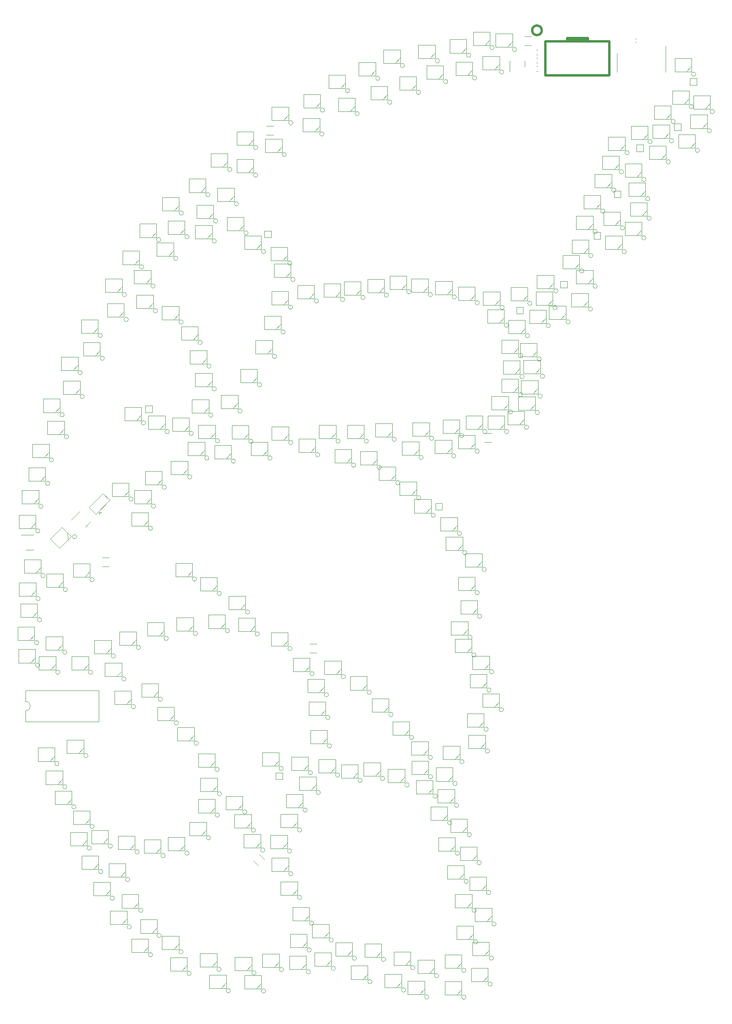
<source format=gbr>
%TF.GenerationSoftware,KiCad,Pcbnew,(6.99.0-3809-g2741d0eb4b)*%
%TF.CreationDate,2022-10-22T00:25:52-04:00*%
%TF.ProjectId,StarboardWing,53746172-626f-4617-9264-57696e672e6b,rev?*%
%TF.SameCoordinates,Original*%
%TF.FileFunction,Legend,Top*%
%TF.FilePolarity,Positive*%
%FSLAX46Y46*%
G04 Gerber Fmt 4.6, Leading zero omitted, Abs format (unit mm)*
G04 Created by KiCad (PCBNEW (6.99.0-3809-g2741d0eb4b)) date 2022-10-22 00:25:52*
%MOMM*%
%LPD*%
G01*
G04 APERTURE LIST*
%ADD10C,0.120000*%
%ADD11C,0.500000*%
G04 APERTURE END LIST*
D10*
%TO.C,D136*%
X205800000Y-83000000D02*
X204800000Y-84100000D01*
X202350000Y-81300000D02*
X205850000Y-81300000D01*
X205850000Y-81300000D02*
X205850000Y-84100000D01*
X205850000Y-84100000D02*
X202350000Y-84100000D01*
X202350000Y-84100000D02*
X202350000Y-81300000D01*
X206747214Y-84600000D02*
G75*
G03*
X206747214Y-84600000I-447214J0D01*
G01*
%TO.C,D150*%
X183000000Y-75300000D02*
X182000000Y-76400000D01*
X179550000Y-73600000D02*
X183050000Y-73600000D01*
X183050000Y-73600000D02*
X183050000Y-76400000D01*
X183050000Y-76400000D02*
X179550000Y-76400000D01*
X179550000Y-76400000D02*
X179550000Y-73600000D01*
X183947214Y-76900000D02*
G75*
G03*
X183947214Y-76900000I-447214J0D01*
G01*
%TO.C,J17*%
X283500000Y-52800000D02*
X284900000Y-52800000D01*
X283500000Y-54200000D02*
X283500000Y-52800000D01*
X284900000Y-52800000D02*
X284900000Y-54200000D01*
X284900000Y-54200000D02*
X283500000Y-54200000D01*
%TO.C,D23*%
X185058893Y-165126393D02*
X184058893Y-166226393D01*
X181608893Y-163426393D02*
X185108893Y-163426393D01*
X185108893Y-163426393D02*
X185108893Y-166226393D01*
X185108893Y-166226393D02*
X181608893Y-166226393D01*
X181608893Y-166226393D02*
X181608893Y-163426393D01*
X186006107Y-166726393D02*
G75*
G03*
X186006107Y-166726393I-447214J0D01*
G01*
%TO.C,D9*%
X189500000Y-129500000D02*
X188500000Y-130600000D01*
X186050000Y-127800000D02*
X189550000Y-127800000D01*
X189550000Y-127800000D02*
X189550000Y-130600000D01*
X189550000Y-130600000D02*
X186050000Y-130600000D01*
X186050000Y-130600000D02*
X186050000Y-127800000D01*
X190447214Y-131100000D02*
G75*
G03*
X190447214Y-131100000I-447214J0D01*
G01*
%TO.C,D134*%
X217558893Y-120326393D02*
X216558893Y-121426393D01*
X214108893Y-118626393D02*
X217608893Y-118626393D01*
X217608893Y-118626393D02*
X217608893Y-121426393D01*
X217608893Y-121426393D02*
X214108893Y-121426393D01*
X214108893Y-121426393D02*
X214108893Y-118626393D01*
X218506107Y-121926393D02*
G75*
G03*
X218506107Y-121926393I-447214J0D01*
G01*
%TO.C,D81*%
X226600000Y-175000000D02*
X225600000Y-176100000D01*
X223150000Y-173300000D02*
X226650000Y-173300000D01*
X226650000Y-173300000D02*
X226650000Y-176100000D01*
X226650000Y-176100000D02*
X223150000Y-176100000D01*
X223150000Y-176100000D02*
X223150000Y-173300000D01*
X227547214Y-176600000D02*
G75*
G03*
X227547214Y-176600000I-447214J0D01*
G01*
%TO.C,D7*%
X177900000Y-132900000D02*
X176900000Y-134000000D01*
X174450000Y-131200000D02*
X177950000Y-131200000D01*
X177950000Y-131200000D02*
X177950000Y-134000000D01*
X177950000Y-134000000D02*
X174450000Y-134000000D01*
X174450000Y-134000000D02*
X174450000Y-131200000D01*
X178847214Y-134500000D02*
G75*
G03*
X178847214Y-134500000I-447214J0D01*
G01*
%TO.C,D193*%
X311650000Y-23850000D02*
X310650000Y-24950000D01*
X308200000Y-22150000D02*
X311700000Y-22150000D01*
X311700000Y-22150000D02*
X311700000Y-24950000D01*
X311700000Y-24950000D02*
X308200000Y-24950000D01*
X308200000Y-24950000D02*
X308200000Y-22150000D01*
X312597214Y-25450000D02*
G75*
G03*
X312597214Y-25450000I-447214J0D01*
G01*
%TO.C,D158*%
X197800000Y-52200000D02*
X196800000Y-53300000D01*
X194350000Y-50500000D02*
X197850000Y-50500000D01*
X197850000Y-50500000D02*
X197850000Y-53300000D01*
X197850000Y-53300000D02*
X194350000Y-53300000D01*
X194350000Y-53300000D02*
X194350000Y-50500000D01*
X198747214Y-53800000D02*
G75*
G03*
X198747214Y-53800000I-447214J0D01*
G01*
%TO.C,D114*%
X261900000Y-103900000D02*
X260900000Y-105000000D01*
X258450000Y-102200000D02*
X261950000Y-102200000D01*
X261950000Y-102200000D02*
X261950000Y-105000000D01*
X261950000Y-105000000D02*
X258450000Y-105000000D01*
X258450000Y-105000000D02*
X258450000Y-102200000D01*
X262847214Y-105500000D02*
G75*
G03*
X262847214Y-105500000I-447214J0D01*
G01*
%TO.C,D36*%
X203658893Y-191326393D02*
X202658893Y-192426393D01*
X200208893Y-189626393D02*
X203708893Y-189626393D01*
X203708893Y-189626393D02*
X203708893Y-192426393D01*
X203708893Y-192426393D02*
X200208893Y-192426393D01*
X200208893Y-192426393D02*
X200208893Y-189626393D01*
X204606107Y-192926393D02*
G75*
G03*
X204606107Y-192926393I-447214J0D01*
G01*
%TO.C,D218*%
X271700000Y-60400000D02*
X270700000Y-61500000D01*
X268250000Y-58700000D02*
X271750000Y-58700000D01*
X271750000Y-58700000D02*
X271750000Y-61500000D01*
X271750000Y-61500000D02*
X268250000Y-61500000D01*
X268250000Y-61500000D02*
X268250000Y-58700000D01*
X272647214Y-62000000D02*
G75*
G03*
X272647214Y-62000000I-447214J0D01*
G01*
%TO.C,D248*%
X272558893Y-78526393D02*
X271558893Y-79626393D01*
X269108893Y-76826393D02*
X272608893Y-76826393D01*
X272608893Y-76826393D02*
X272608893Y-79626393D01*
X272608893Y-79626393D02*
X269108893Y-79626393D01*
X269108893Y-79626393D02*
X269108893Y-76826393D01*
X273506107Y-80126393D02*
G75*
G03*
X273506107Y-80126393I-447214J0D01*
G01*
%TO.C,J2*%
X257400000Y-99200000D02*
X258800000Y-99200000D01*
X257400000Y-100600000D02*
X257400000Y-99200000D01*
X258800000Y-99200000D02*
X258800000Y-100600000D01*
X258800000Y-100600000D02*
X257400000Y-100600000D01*
%TO.C,D55*%
X262800000Y-195200000D02*
X261800000Y-196300000D01*
X259350000Y-193500000D02*
X262850000Y-193500000D01*
X262850000Y-193500000D02*
X262850000Y-196300000D01*
X262850000Y-196300000D02*
X259350000Y-196300000D01*
X259350000Y-196300000D02*
X259350000Y-193500000D01*
X263747214Y-196800000D02*
G75*
G03*
X263747214Y-196800000I-447214J0D01*
G01*
%TO.C,D141*%
X210600000Y-73700000D02*
X209600000Y-74800000D01*
X207150000Y-72000000D02*
X210650000Y-72000000D01*
X210650000Y-72000000D02*
X210650000Y-74800000D01*
X210650000Y-74800000D02*
X207150000Y-74800000D01*
X207150000Y-74800000D02*
X207150000Y-72000000D01*
X211547214Y-75300000D02*
G75*
G03*
X211547214Y-75300000I-447214J0D01*
G01*
%TO.C,D222*%
X255800000Y-54000000D02*
X254800000Y-55100000D01*
X252350000Y-52300000D02*
X255850000Y-52300000D01*
X255850000Y-52300000D02*
X255850000Y-55100000D01*
X255850000Y-55100000D02*
X252350000Y-55100000D01*
X252350000Y-55100000D02*
X252350000Y-52300000D01*
X256747214Y-55600000D02*
G75*
G03*
X256747214Y-55600000I-447214J0D01*
G01*
%TO.C,D146*%
X192200000Y-59200000D02*
X191200000Y-60300000D01*
X188750000Y-57500000D02*
X192250000Y-57500000D01*
X192250000Y-57500000D02*
X192250000Y-60300000D01*
X192250000Y-60300000D02*
X188750000Y-60300000D01*
X188750000Y-60300000D02*
X188750000Y-57500000D01*
X193147214Y-60800000D02*
G75*
G03*
X193147214Y-60800000I-447214J0D01*
G01*
%TO.C,D186*%
X270700000Y-7500000D02*
X269700000Y-8600000D01*
X267250000Y-5800000D02*
X270750000Y-5800000D01*
X270750000Y-5800000D02*
X270750000Y-8600000D01*
X270750000Y-8600000D02*
X267250000Y-8600000D01*
X267250000Y-8600000D02*
X267250000Y-5800000D01*
X271647214Y-9100000D02*
G75*
G03*
X271647214Y-9100000I-447214J0D01*
G01*
%TO.C,D164*%
X210900000Y-38600000D02*
X209900000Y-39700000D01*
X207450000Y-36900000D02*
X210950000Y-36900000D01*
X210950000Y-36900000D02*
X210950000Y-39700000D01*
X210950000Y-39700000D02*
X207450000Y-39700000D01*
X207450000Y-39700000D02*
X207450000Y-36900000D01*
X211847214Y-40200000D02*
G75*
G03*
X211847214Y-40200000I-447214J0D01*
G01*
%TO.C,D64*%
X261458893Y-170726393D02*
X260458893Y-171826393D01*
X258008893Y-169026393D02*
X261508893Y-169026393D01*
X261508893Y-169026393D02*
X261508893Y-171826393D01*
X261508893Y-171826393D02*
X258008893Y-171826393D01*
X258008893Y-171826393D02*
X258008893Y-169026393D01*
X262406107Y-172326393D02*
G75*
G03*
X262406107Y-172326393I-447214J0D01*
G01*
%TO.C,U4*%
X182496913Y-101396913D02*
X181224121Y-102669706D01*
X182496913Y-101396913D02*
X183062599Y-100831228D01*
X184703087Y-103603087D02*
X184137401Y-104168772D01*
X184703087Y-103603087D02*
X185268772Y-103037401D01*
%TO.C,D206*%
X300450000Y-42150000D02*
X299450000Y-43250000D01*
X297000000Y-40450000D02*
X300500000Y-40450000D01*
X300500000Y-40450000D02*
X300500000Y-43250000D01*
X300500000Y-43250000D02*
X297000000Y-43250000D01*
X297000000Y-43250000D02*
X297000000Y-40450000D01*
X301397214Y-43750000D02*
G75*
G03*
X301397214Y-43750000I-447214J0D01*
G01*
%TO.C,D15*%
X211200000Y-153200000D02*
X210200000Y-154300000D01*
X207750000Y-151500000D02*
X211250000Y-151500000D01*
X211250000Y-151500000D02*
X211250000Y-154300000D01*
X211250000Y-154300000D02*
X207750000Y-154300000D01*
X207750000Y-154300000D02*
X207750000Y-151500000D01*
X212147214Y-154800000D02*
G75*
G03*
X212147214Y-154800000I-447214J0D01*
G01*
%TO.C,D31*%
X189300000Y-180100000D02*
X188300000Y-181200000D01*
X185850000Y-178400000D02*
X189350000Y-178400000D01*
X189350000Y-178400000D02*
X189350000Y-181200000D01*
X189350000Y-181200000D02*
X185850000Y-181200000D01*
X185850000Y-181200000D02*
X185850000Y-178400000D01*
X190247214Y-181700000D02*
G75*
G03*
X190247214Y-181700000I-447214J0D01*
G01*
%TO.C,D167*%
X215258893Y-35026393D02*
X214258893Y-36126393D01*
X211808893Y-33326393D02*
X215308893Y-33326393D01*
X215308893Y-33326393D02*
X215308893Y-36126393D01*
X215308893Y-36126393D02*
X211808893Y-36126393D01*
X211808893Y-36126393D02*
X211808893Y-33326393D01*
X216206107Y-36626393D02*
G75*
G03*
X216206107Y-36626393I-447214J0D01*
G01*
%TO.C,D210*%
X290258893Y-52226393D02*
X289258893Y-53326393D01*
X286808893Y-50526393D02*
X290308893Y-50526393D01*
X290308893Y-50526393D02*
X290308893Y-53326393D01*
X290308893Y-53326393D02*
X286808893Y-53326393D01*
X286808893Y-53326393D02*
X286808893Y-50526393D01*
X291206107Y-53826393D02*
G75*
G03*
X291206107Y-53826393I-447214J0D01*
G01*
%TO.C,D50*%
X250200000Y-199300000D02*
X249200000Y-200400000D01*
X246750000Y-197600000D02*
X250250000Y-197600000D01*
X250250000Y-197600000D02*
X250250000Y-200400000D01*
X250250000Y-200400000D02*
X246750000Y-200400000D01*
X246750000Y-200400000D02*
X246750000Y-197600000D01*
X251147214Y-200900000D02*
G75*
G03*
X251147214Y-200900000I-447214J0D01*
G01*
%TO.C,D58*%
X265258893Y-189226393D02*
X264258893Y-190326393D01*
X261808893Y-187526393D02*
X265308893Y-187526393D01*
X265308893Y-187526393D02*
X265308893Y-190326393D01*
X265308893Y-190326393D02*
X261808893Y-190326393D01*
X261808893Y-190326393D02*
X261808893Y-187526393D01*
X266206107Y-190826393D02*
G75*
G03*
X266206107Y-190826393I-447214J0D01*
G01*
%TO.C,D51*%
X252100000Y-194600000D02*
X251100000Y-195700000D01*
X248650000Y-192900000D02*
X252150000Y-192900000D01*
X252150000Y-192900000D02*
X252150000Y-195700000D01*
X252150000Y-195700000D02*
X248650000Y-195700000D01*
X248650000Y-195700000D02*
X248650000Y-192900000D01*
X253047214Y-196200000D02*
G75*
G03*
X253047214Y-196200000I-447214J0D01*
G01*
%TO.C,D67*%
X261300000Y-160700000D02*
X260300000Y-161800000D01*
X257850000Y-159000000D02*
X261350000Y-159000000D01*
X261350000Y-159000000D02*
X261350000Y-161800000D01*
X261350000Y-161800000D02*
X257850000Y-161800000D01*
X257850000Y-161800000D02*
X257850000Y-159000000D01*
X262247214Y-162300000D02*
G75*
G03*
X262247214Y-162300000I-447214J0D01*
G01*
%TO.C,D71*%
X250900000Y-156450000D02*
X249900000Y-157550000D01*
X247450000Y-154750000D02*
X250950000Y-154750000D01*
X250950000Y-154750000D02*
X250950000Y-157550000D01*
X250950000Y-157550000D02*
X247450000Y-157550000D01*
X247450000Y-157550000D02*
X247450000Y-154750000D01*
X251847214Y-158050000D02*
G75*
G03*
X251847214Y-158050000I-447214J0D01*
G01*
%TO.C,U3*%
X172500000Y-105840000D02*
X170700000Y-105840000D01*
X172500000Y-105840000D02*
X173300000Y-105840000D01*
X172500000Y-108960000D02*
X171700000Y-108960000D01*
X172500000Y-108960000D02*
X173300000Y-108960000D01*
%TO.C,D165*%
X203700000Y-36950000D02*
X202700000Y-38050000D01*
X200250000Y-35250000D02*
X203750000Y-35250000D01*
X203750000Y-35250000D02*
X203750000Y-38050000D01*
X203750000Y-38050000D02*
X200250000Y-38050000D01*
X200250000Y-38050000D02*
X200250000Y-35250000D01*
X204647214Y-38550000D02*
G75*
G03*
X204647214Y-38550000I-447214J0D01*
G01*
%TO.C,D84*%
X220750000Y-170050000D02*
X219750000Y-171150000D01*
X217300000Y-168350000D02*
X220800000Y-168350000D01*
X220800000Y-168350000D02*
X220800000Y-171150000D01*
X220800000Y-171150000D02*
X217300000Y-171150000D01*
X217300000Y-171150000D02*
X217300000Y-168350000D01*
X221697214Y-171650000D02*
G75*
G03*
X221697214Y-171650000I-447214J0D01*
G01*
%TO.C,D101*%
X255800000Y-150700000D02*
X254800000Y-151800000D01*
X252350000Y-149000000D02*
X255850000Y-149000000D01*
X255850000Y-149000000D02*
X255850000Y-151800000D01*
X255850000Y-151800000D02*
X252350000Y-151800000D01*
X252350000Y-151800000D02*
X252350000Y-149000000D01*
X256747214Y-152300000D02*
G75*
G03*
X256747214Y-152300000I-447214J0D01*
G01*
%TO.C,C2*%
X189111252Y-112410000D02*
X187688748Y-112410000D01*
X189111252Y-110590000D02*
X187688748Y-110590000D01*
%TO.C,D52*%
X255050000Y-200750000D02*
X254050000Y-201850000D01*
X251600000Y-199050000D02*
X255100000Y-199050000D01*
X255100000Y-199050000D02*
X255100000Y-201850000D01*
X255100000Y-201850000D02*
X251600000Y-201850000D01*
X251600000Y-201850000D02*
X251600000Y-199050000D01*
X255997214Y-202350000D02*
G75*
G03*
X255997214Y-202350000I-447214J0D01*
G01*
%TO.C,D46*%
X235500000Y-194800000D02*
X234500000Y-195900000D01*
X232050000Y-193100000D02*
X235550000Y-193100000D01*
X235550000Y-193100000D02*
X235550000Y-195900000D01*
X235550000Y-195900000D02*
X232050000Y-195900000D01*
X232050000Y-195900000D02*
X232050000Y-193100000D01*
X236447214Y-196400000D02*
G75*
G03*
X236447214Y-196400000I-447214J0D01*
G01*
%TO.C,D180*%
X253300000Y-11750000D02*
X252300000Y-12850000D01*
X249850000Y-10050000D02*
X253350000Y-10050000D01*
X253350000Y-10050000D02*
X253350000Y-12850000D01*
X253350000Y-12850000D02*
X249850000Y-12850000D01*
X249850000Y-12850000D02*
X249850000Y-10050000D01*
X254247214Y-13350000D02*
G75*
G03*
X254247214Y-13350000I-447214J0D01*
G01*
%TO.C,D247*%
X267200000Y-82626393D02*
X266200000Y-83726393D01*
X263750000Y-80926393D02*
X267250000Y-80926393D01*
X267250000Y-80926393D02*
X267250000Y-83726393D01*
X267250000Y-83726393D02*
X263750000Y-83726393D01*
X263750000Y-83726393D02*
X263750000Y-80926393D01*
X268147214Y-84226393D02*
G75*
G03*
X268147214Y-84226393I-447214J0D01*
G01*
%TO.C,J11*%
X310600000Y-10400000D02*
X312000000Y-10400000D01*
X310600000Y-11800000D02*
X310600000Y-10400000D01*
X312000000Y-10400000D02*
X312000000Y-11800000D01*
X312000000Y-11800000D02*
X310600000Y-11800000D01*
%TO.C,D100*%
X251858893Y-146526393D02*
X250858893Y-147626393D01*
X248408893Y-144826393D02*
X251908893Y-144826393D01*
X251908893Y-144826393D02*
X251908893Y-147626393D01*
X251908893Y-147626393D02*
X248408893Y-147626393D01*
X248408893Y-147626393D02*
X248408893Y-144826393D01*
X252806107Y-148126393D02*
G75*
G03*
X252806107Y-148126393I-447214J0D01*
G01*
%TO.C,D60*%
X264958893Y-182626393D02*
X263958893Y-183726393D01*
X261508893Y-180926393D02*
X265008893Y-180926393D01*
X265008893Y-180926393D02*
X265008893Y-183726393D01*
X265008893Y-183726393D02*
X261508893Y-183726393D01*
X261508893Y-183726393D02*
X261508893Y-180926393D01*
X265906107Y-184226393D02*
G75*
G03*
X265906107Y-184226393I-447214J0D01*
G01*
%TO.C,D12*%
X199350000Y-138550000D02*
X198350000Y-139650000D01*
X195900000Y-136850000D02*
X199400000Y-136850000D01*
X199400000Y-136850000D02*
X199400000Y-139650000D01*
X199400000Y-139650000D02*
X195900000Y-139650000D01*
X195900000Y-139650000D02*
X195900000Y-136850000D01*
X200297214Y-140150000D02*
G75*
G03*
X200297214Y-140150000I-447214J0D01*
G01*
%TO.C,D109*%
X264100000Y-125600000D02*
X263100000Y-126700000D01*
X260650000Y-123900000D02*
X264150000Y-123900000D01*
X264150000Y-123900000D02*
X264150000Y-126700000D01*
X264150000Y-126700000D02*
X260650000Y-126700000D01*
X260650000Y-126700000D02*
X260650000Y-123900000D01*
X265047214Y-127200000D02*
G75*
G03*
X265047214Y-127200000I-447214J0D01*
G01*
%TO.C,D223*%
X251300000Y-53400000D02*
X250300000Y-54500000D01*
X247850000Y-51700000D02*
X251350000Y-51700000D01*
X251350000Y-51700000D02*
X251350000Y-54500000D01*
X251350000Y-54500000D02*
X247850000Y-54500000D01*
X247850000Y-54500000D02*
X247850000Y-51700000D01*
X252247214Y-55000000D02*
G75*
G03*
X252247214Y-55000000I-447214J0D01*
G01*
%TO.C,D221*%
X260800000Y-54500000D02*
X259800000Y-55600000D01*
X257350000Y-52800000D02*
X260850000Y-52800000D01*
X260850000Y-52800000D02*
X260850000Y-55600000D01*
X260850000Y-55600000D02*
X257350000Y-55600000D01*
X257350000Y-55600000D02*
X257350000Y-52800000D01*
X261747214Y-56100000D02*
G75*
G03*
X261747214Y-56100000I-447214J0D01*
G01*
%TO.C,D189*%
X310850000Y-7950000D02*
X309850000Y-9050000D01*
X307400000Y-6250000D02*
X310900000Y-6250000D01*
X310900000Y-6250000D02*
X310900000Y-9050000D01*
X310900000Y-9050000D02*
X307400000Y-9050000D01*
X307400000Y-9050000D02*
X307400000Y-6250000D01*
X311797214Y-9550000D02*
G75*
G03*
X311797214Y-9550000I-447214J0D01*
G01*
%TO.C,D94*%
X234058893Y-137626393D02*
X233058893Y-138726393D01*
X230608893Y-135926393D02*
X234108893Y-135926393D01*
X234108893Y-135926393D02*
X234108893Y-138726393D01*
X234108893Y-138726393D02*
X230608893Y-138726393D01*
X230608893Y-138726393D02*
X230608893Y-135926393D01*
X235006107Y-139226393D02*
G75*
G03*
X235006107Y-139226393I-447214J0D01*
G01*
%TO.C,D57*%
X268558893Y-192626393D02*
X267558893Y-193726393D01*
X265108893Y-190926393D02*
X268608893Y-190926393D01*
X268608893Y-190926393D02*
X268608893Y-193726393D01*
X268608893Y-193726393D02*
X265108893Y-193726393D01*
X265108893Y-193726393D02*
X265108893Y-190926393D01*
X269506107Y-194226393D02*
G75*
G03*
X269506107Y-194226393I-447214J0D01*
G01*
%TO.C,D156*%
X173700000Y-103350000D02*
X172700000Y-104450000D01*
X170250000Y-101650000D02*
X173750000Y-101650000D01*
X173750000Y-101650000D02*
X173750000Y-104450000D01*
X173750000Y-104450000D02*
X170250000Y-104450000D01*
X170250000Y-104450000D02*
X170250000Y-101650000D01*
X174647214Y-104950000D02*
G75*
G03*
X174647214Y-104950000I-447214J0D01*
G01*
%TO.C,D11*%
X193700000Y-140100000D02*
X192700000Y-141200000D01*
X190250000Y-138400000D02*
X193750000Y-138400000D01*
X193750000Y-138400000D02*
X193750000Y-141200000D01*
X193750000Y-141200000D02*
X190250000Y-141200000D01*
X190250000Y-141200000D02*
X190250000Y-138400000D01*
X194647214Y-141700000D02*
G75*
G03*
X194647214Y-141700000I-447214J0D01*
G01*
%TO.C,D62*%
X263300000Y-176600000D02*
X262300000Y-177700000D01*
X259850000Y-174900000D02*
X263350000Y-174900000D01*
X263350000Y-174900000D02*
X263350000Y-177700000D01*
X263350000Y-177700000D02*
X259850000Y-177700000D01*
X259850000Y-177700000D02*
X259850000Y-174900000D01*
X264247214Y-178200000D02*
G75*
G03*
X264247214Y-178200000I-447214J0D01*
G01*
%TO.C,D216*%
X280458893Y-60500000D02*
X279458893Y-61600000D01*
X277008893Y-58800000D02*
X280508893Y-58800000D01*
X280508893Y-58800000D02*
X280508893Y-61600000D01*
X280508893Y-61600000D02*
X277008893Y-61600000D01*
X277008893Y-61600000D02*
X277008893Y-58800000D01*
X281406107Y-62100000D02*
G75*
G03*
X281406107Y-62100000I-447214J0D01*
G01*
%TO.C,D229*%
X226400000Y-47400000D02*
X225400000Y-48500000D01*
X222950000Y-45700000D02*
X226450000Y-45700000D01*
X226450000Y-45700000D02*
X226450000Y-48500000D01*
X226450000Y-48500000D02*
X222950000Y-48500000D01*
X222950000Y-48500000D02*
X222950000Y-45700000D01*
X227347214Y-49000000D02*
G75*
G03*
X227347214Y-49000000I-447214J0D01*
G01*
%TO.C,D191*%
X314758893Y-15750000D02*
X313758893Y-16850000D01*
X311308893Y-14050000D02*
X314808893Y-14050000D01*
X314808893Y-14050000D02*
X314808893Y-16850000D01*
X314808893Y-16850000D02*
X311308893Y-16850000D01*
X311308893Y-16850000D02*
X311308893Y-14050000D01*
X315706107Y-17350000D02*
G75*
G03*
X315706107Y-17350000I-447214J0D01*
G01*
%TO.C,D215*%
X276600000Y-55800000D02*
X275600000Y-56900000D01*
X273150000Y-54100000D02*
X276650000Y-54100000D01*
X276650000Y-54100000D02*
X276650000Y-56900000D01*
X276650000Y-56900000D02*
X273150000Y-56900000D01*
X273150000Y-56900000D02*
X273150000Y-54100000D01*
X277547214Y-57400000D02*
G75*
G03*
X277547214Y-57400000I-447214J0D01*
G01*
%TO.C,D106*%
X268058893Y-136626393D02*
X267058893Y-137726393D01*
X264608893Y-134926393D02*
X268108893Y-134926393D01*
X268108893Y-134926393D02*
X268108893Y-137726393D01*
X268108893Y-137726393D02*
X264608893Y-137726393D01*
X264608893Y-137726393D02*
X264608893Y-134926393D01*
X269006107Y-138226393D02*
G75*
G03*
X269006107Y-138226393I-447214J0D01*
G01*
%TO.C,D122*%
X214600000Y-88800000D02*
X213600000Y-89900000D01*
X211150000Y-87100000D02*
X214650000Y-87100000D01*
X214650000Y-87100000D02*
X214650000Y-89900000D01*
X214650000Y-89900000D02*
X211150000Y-89900000D01*
X211150000Y-89900000D02*
X211150000Y-87100000D01*
X215547214Y-90400000D02*
G75*
G03*
X215547214Y-90400000I-447214J0D01*
G01*
%TO.C,D184*%
X263800000Y-4000000D02*
X262800000Y-5100000D01*
X260350000Y-2300000D02*
X263850000Y-2300000D01*
X263850000Y-2300000D02*
X263850000Y-5100000D01*
X263850000Y-5100000D02*
X260350000Y-5100000D01*
X260350000Y-5100000D02*
X260350000Y-2300000D01*
X264747214Y-5600000D02*
G75*
G03*
X264747214Y-5600000I-447214J0D01*
G01*
%TO.C,D172*%
X226600000Y-18100000D02*
X225600000Y-19200000D01*
X223150000Y-16400000D02*
X226650000Y-16400000D01*
X226650000Y-16400000D02*
X226650000Y-19200000D01*
X226650000Y-19200000D02*
X223150000Y-19200000D01*
X223150000Y-19200000D02*
X223150000Y-16400000D01*
X227547214Y-19700000D02*
G75*
G03*
X227547214Y-19700000I-447214J0D01*
G01*
%TO.C,D231*%
X217258893Y-41126393D02*
X216258893Y-42226393D01*
X213808893Y-39426393D02*
X217308893Y-39426393D01*
X217308893Y-39426393D02*
X217308893Y-42226393D01*
X217308893Y-42226393D02*
X213808893Y-42226393D01*
X213808893Y-42226393D02*
X213808893Y-39426393D01*
X218206107Y-42726393D02*
G75*
G03*
X218206107Y-42726393I-447214J0D01*
G01*
%TO.C,D22*%
X188858893Y-169226393D02*
X187858893Y-170326393D01*
X185408893Y-167526393D02*
X188908893Y-167526393D01*
X188908893Y-167526393D02*
X188908893Y-170326393D01*
X188908893Y-170326393D02*
X185408893Y-170326393D01*
X185408893Y-170326393D02*
X185408893Y-167526393D01*
X189806107Y-170826393D02*
G75*
G03*
X189806107Y-170826393I-447214J0D01*
G01*
%TO.C,JP1*%
X184943324Y-100042462D02*
X187842462Y-97143324D01*
X186357538Y-101456676D02*
X184943324Y-100042462D01*
X187029289Y-101492031D02*
X187453553Y-101067767D01*
X187029289Y-101067767D02*
X187029289Y-101492031D01*
X187029289Y-101067767D02*
X187453553Y-101067767D01*
X187842462Y-97143324D02*
X189256676Y-98557538D01*
X189256676Y-98557538D02*
X186357538Y-101456676D01*
%TO.C,D155*%
X174358893Y-98226393D02*
X173358893Y-99326393D01*
X170908893Y-96526393D02*
X174408893Y-96526393D01*
X174408893Y-96526393D02*
X174408893Y-99326393D01*
X174408893Y-99326393D02*
X170908893Y-99326393D01*
X170908893Y-99326393D02*
X170908893Y-96526393D01*
X175306107Y-99826393D02*
G75*
G03*
X175306107Y-99826393I-447214J0D01*
G01*
%TO.C,D129*%
X180414214Y-105410051D02*
X180484924Y-106894975D01*
X176772614Y-106647487D02*
X179247487Y-104172614D01*
X179247487Y-104172614D02*
X181227386Y-106152513D01*
X181227386Y-106152513D02*
X178752513Y-108627386D01*
X178752513Y-108627386D02*
X176772614Y-106647487D01*
X182346351Y-106187868D02*
G75*
G03*
X182346351Y-106187868I-447213J0D01*
G01*
%TO.C,D32*%
X195250000Y-182650000D02*
X194250000Y-183750000D01*
X191800000Y-180950000D02*
X195300000Y-180950000D01*
X195300000Y-180950000D02*
X195300000Y-183750000D01*
X195300000Y-183750000D02*
X191800000Y-183750000D01*
X191800000Y-183750000D02*
X191800000Y-180950000D01*
X196197214Y-184250000D02*
G75*
G03*
X196197214Y-184250000I-447214J0D01*
G01*
%TO.C,D79*%
X228450000Y-165850000D02*
X227450000Y-166950000D01*
X225000000Y-164150000D02*
X228500000Y-164150000D01*
X228500000Y-164150000D02*
X228500000Y-166950000D01*
X228500000Y-166950000D02*
X225000000Y-166950000D01*
X225000000Y-166950000D02*
X225000000Y-164150000D01*
X229397214Y-167450000D02*
G75*
G03*
X229397214Y-167450000I-447214J0D01*
G01*
%TO.C,D144*%
X203658893Y-59726393D02*
X202658893Y-60826393D01*
X200208893Y-58026393D02*
X203708893Y-58026393D01*
X203708893Y-58026393D02*
X203708893Y-60826393D01*
X203708893Y-60826393D02*
X200208893Y-60826393D01*
X200208893Y-60826393D02*
X200208893Y-58026393D01*
X204606107Y-61326393D02*
G75*
G03*
X204606107Y-61326393I-447214J0D01*
G01*
%TO.C,D34*%
X199100000Y-187900000D02*
X198100000Y-189000000D01*
X195650000Y-186200000D02*
X199150000Y-186200000D01*
X199150000Y-186200000D02*
X199150000Y-189000000D01*
X199150000Y-189000000D02*
X195650000Y-189000000D01*
X195650000Y-189000000D02*
X195650000Y-186200000D01*
X200047214Y-189500000D02*
G75*
G03*
X200047214Y-189500000I-447214J0D01*
G01*
%TO.C,D29*%
X186850000Y-174550000D02*
X185850000Y-175650000D01*
X183400000Y-172850000D02*
X186900000Y-172850000D01*
X186900000Y-172850000D02*
X186900000Y-175650000D01*
X186900000Y-175650000D02*
X183400000Y-175650000D01*
X183400000Y-175650000D02*
X183400000Y-172850000D01*
X187797214Y-176150000D02*
G75*
G03*
X187797214Y-176150000I-447214J0D01*
G01*
%TO.C,D113*%
X263000000Y-107926393D02*
X262000000Y-109026393D01*
X259550000Y-106226393D02*
X263050000Y-106226393D01*
X263050000Y-106226393D02*
X263050000Y-109026393D01*
X263050000Y-109026393D02*
X259550000Y-109026393D01*
X259550000Y-109026393D02*
X259550000Y-106226393D01*
X263947214Y-109526393D02*
G75*
G03*
X263947214Y-109526393I-447214J0D01*
G01*
%TO.C,D47*%
X239900000Y-192650000D02*
X238900000Y-193750000D01*
X236450000Y-190950000D02*
X239950000Y-190950000D01*
X239950000Y-190950000D02*
X239950000Y-193750000D01*
X239950000Y-193750000D02*
X236450000Y-193750000D01*
X236450000Y-193750000D02*
X236450000Y-190950000D01*
X240847214Y-194250000D02*
G75*
G03*
X240847214Y-194250000I-447214J0D01*
G01*
%TO.C,D213*%
X281858893Y-56726393D02*
X280858893Y-57826393D01*
X278408893Y-55026393D02*
X281908893Y-55026393D01*
X281908893Y-55026393D02*
X281908893Y-57826393D01*
X281908893Y-57826393D02*
X278408893Y-57826393D01*
X278408893Y-57826393D02*
X278408893Y-55026393D01*
X282806107Y-58326393D02*
G75*
G03*
X282806107Y-58326393I-447214J0D01*
G01*
%TO.C,D85*%
X218800000Y-165900000D02*
X217800000Y-167000000D01*
X215350000Y-164200000D02*
X218850000Y-164200000D01*
X218850000Y-164200000D02*
X218850000Y-167000000D01*
X218850000Y-167000000D02*
X215350000Y-167000000D01*
X215350000Y-167000000D02*
X215350000Y-164200000D01*
X219747214Y-167500000D02*
G75*
G03*
X219747214Y-167500000I-447214J0D01*
G01*
%TO.C,D8*%
X184758893Y-132926393D02*
X183758893Y-134026393D01*
X181308893Y-131226393D02*
X184808893Y-131226393D01*
X184808893Y-131226393D02*
X184808893Y-134026393D01*
X184808893Y-134026393D02*
X181308893Y-134026393D01*
X181308893Y-134026393D02*
X181308893Y-131226393D01*
X185706107Y-134526393D02*
G75*
G03*
X185706107Y-134526393I-447214J0D01*
G01*
%TO.C,D219*%
X270800000Y-56700000D02*
X269800000Y-57800000D01*
X267350000Y-55000000D02*
X270850000Y-55000000D01*
X270850000Y-55000000D02*
X270850000Y-57800000D01*
X270850000Y-57800000D02*
X267350000Y-57800000D01*
X267350000Y-57800000D02*
X267350000Y-55000000D01*
X271747214Y-58300000D02*
G75*
G03*
X271747214Y-58300000I-447214J0D01*
G01*
%TO.C,D194*%
X306250000Y-21850000D02*
X305250000Y-22950000D01*
X302800000Y-20150000D02*
X306300000Y-20150000D01*
X306300000Y-20150000D02*
X306300000Y-22950000D01*
X306300000Y-22950000D02*
X302800000Y-22950000D01*
X302800000Y-22950000D02*
X302800000Y-20150000D01*
X307197214Y-23450000D02*
G75*
G03*
X307197214Y-23450000I-447214J0D01*
G01*
%TO.C,D107*%
X268600000Y-132800000D02*
X267600000Y-133900000D01*
X265150000Y-131100000D02*
X268650000Y-131100000D01*
X268650000Y-131100000D02*
X268650000Y-133900000D01*
X268650000Y-133900000D02*
X265150000Y-133900000D01*
X265150000Y-133900000D02*
X265150000Y-131100000D01*
X269547214Y-134400000D02*
G75*
G03*
X269547214Y-134400000I-447214J0D01*
G01*
%TO.C,D145*%
X198300000Y-57400000D02*
X197300000Y-58500000D01*
X194850000Y-55700000D02*
X198350000Y-55700000D01*
X198350000Y-55700000D02*
X198350000Y-58500000D01*
X198350000Y-58500000D02*
X194850000Y-58500000D01*
X194850000Y-58500000D02*
X194850000Y-55700000D01*
X199247214Y-59000000D02*
G75*
G03*
X199247214Y-59000000I-447214J0D01*
G01*
%TO.C,D18*%
X209400000Y-167500000D02*
X208400000Y-168600000D01*
X205950000Y-165800000D02*
X209450000Y-165800000D01*
X209450000Y-165800000D02*
X209450000Y-168600000D01*
X209450000Y-168600000D02*
X205950000Y-168600000D01*
X205950000Y-168600000D02*
X205950000Y-165800000D01*
X210347214Y-169100000D02*
G75*
G03*
X210347214Y-169100000I-447214J0D01*
G01*
%TO.C,D133*%
X211658893Y-116426393D02*
X210658893Y-117526393D01*
X208208893Y-114726393D02*
X211708893Y-114726393D01*
X211708893Y-114726393D02*
X211708893Y-117526393D01*
X211708893Y-117526393D02*
X208208893Y-117526393D01*
X208208893Y-117526393D02*
X208208893Y-114726393D01*
X212606107Y-118026393D02*
G75*
G03*
X212606107Y-118026393I-447214J0D01*
G01*
%TO.C,D120*%
X222258893Y-88126393D02*
X221258893Y-89226393D01*
X218808893Y-86426393D02*
X222308893Y-86426393D01*
X222308893Y-86426393D02*
X222308893Y-89226393D01*
X222308893Y-89226393D02*
X218808893Y-89226393D01*
X218808893Y-89226393D02*
X218808893Y-86426393D01*
X223206107Y-89726393D02*
G75*
G03*
X223206107Y-89726393I-447214J0D01*
G01*
%TO.C,D187*%
X273400000Y-2800000D02*
X272400000Y-3900000D01*
X269950000Y-1100000D02*
X273450000Y-1100000D01*
X273450000Y-1100000D02*
X273450000Y-3900000D01*
X273450000Y-3900000D02*
X269950000Y-3900000D01*
X269950000Y-3900000D02*
X269950000Y-1100000D01*
X274347214Y-4400000D02*
G75*
G03*
X274347214Y-4400000I-447214J0D01*
G01*
%TO.C,D41*%
X220900000Y-199500000D02*
X219900000Y-200600000D01*
X217450000Y-197800000D02*
X220950000Y-197800000D01*
X220950000Y-197800000D02*
X220950000Y-200600000D01*
X220950000Y-200600000D02*
X217450000Y-200600000D01*
X217450000Y-200600000D02*
X217450000Y-197800000D01*
X221847214Y-201100000D02*
G75*
G03*
X221847214Y-201100000I-447214J0D01*
G01*
%TO.C,D256*%
X274650000Y-66750000D02*
X273650000Y-67850000D01*
X271200000Y-65050000D02*
X274700000Y-65050000D01*
X274700000Y-65050000D02*
X274700000Y-67850000D01*
X274700000Y-67850000D02*
X271200000Y-67850000D01*
X271200000Y-67850000D02*
X271200000Y-65050000D01*
X275597214Y-68350000D02*
G75*
G03*
X275597214Y-68350000I-447214J0D01*
G01*
%TO.C,D35*%
X197258893Y-191926393D02*
X196258893Y-193026393D01*
X193808893Y-190226393D02*
X197308893Y-190226393D01*
X197308893Y-190226393D02*
X197308893Y-193026393D01*
X197308893Y-193026393D02*
X193808893Y-193026393D01*
X193808893Y-193026393D02*
X193808893Y-190226393D01*
X198206107Y-193526393D02*
G75*
G03*
X198206107Y-193526393I-447214J0D01*
G01*
%TO.C,D196*%
X305550000Y-26250000D02*
X304550000Y-27350000D01*
X302100000Y-24550000D02*
X305600000Y-24550000D01*
X305600000Y-24550000D02*
X305600000Y-27350000D01*
X305600000Y-27350000D02*
X302100000Y-27350000D01*
X302100000Y-27350000D02*
X302100000Y-24550000D01*
X306497214Y-27850000D02*
G75*
G03*
X306497214Y-27850000I-447214J0D01*
G01*
%TO.C,D227*%
X231958893Y-55326393D02*
X230958893Y-56426393D01*
X228508893Y-53626393D02*
X232008893Y-53626393D01*
X232008893Y-53626393D02*
X232008893Y-56426393D01*
X232008893Y-56426393D02*
X228508893Y-56426393D01*
X228508893Y-56426393D02*
X228508893Y-53626393D01*
X232906107Y-56926393D02*
G75*
G03*
X232906107Y-56926393I-447214J0D01*
G01*
%TO.C,J15*%
X294700000Y-33900000D02*
X296100000Y-33900000D01*
X294700000Y-35300000D02*
X294700000Y-33900000D01*
X296100000Y-33900000D02*
X296100000Y-35300000D01*
X296100000Y-35300000D02*
X294700000Y-35300000D01*
%TO.C,D232*%
X226558893Y-56626393D02*
X225558893Y-57726393D01*
X223108893Y-54926393D02*
X226608893Y-54926393D01*
X226608893Y-54926393D02*
X226608893Y-57726393D01*
X226608893Y-57726393D02*
X223108893Y-57726393D01*
X223108893Y-57726393D02*
X223108893Y-54926393D01*
X227506107Y-58226393D02*
G75*
G03*
X227506107Y-58226393I-447214J0D01*
G01*
%TO.C,D89*%
X206700000Y-124800000D02*
X205700000Y-125900000D01*
X203250000Y-123100000D02*
X206750000Y-123100000D01*
X206750000Y-123100000D02*
X206750000Y-125900000D01*
X206750000Y-125900000D02*
X203250000Y-125900000D01*
X203250000Y-125900000D02*
X203250000Y-123100000D01*
X207647214Y-126400000D02*
G75*
G03*
X207647214Y-126400000I-447214J0D01*
G01*
%TO.C,D212*%
X282058893Y-53226393D02*
X281058893Y-54326393D01*
X278608893Y-51526393D02*
X282108893Y-51526393D01*
X282108893Y-51526393D02*
X282108893Y-54326393D01*
X282108893Y-54326393D02*
X278608893Y-54326393D01*
X278608893Y-54326393D02*
X278608893Y-51526393D01*
X283006107Y-54826393D02*
G75*
G03*
X283006107Y-54826393I-447214J0D01*
G01*
%TO.C,D131*%
X185050000Y-113550000D02*
X184050000Y-114650000D01*
X181600000Y-111850000D02*
X185100000Y-111850000D01*
X185100000Y-111850000D02*
X185100000Y-114650000D01*
X185100000Y-114650000D02*
X181600000Y-114650000D01*
X181600000Y-114650000D02*
X181600000Y-111850000D01*
X185997214Y-115150000D02*
G75*
G03*
X185997214Y-115150000I-447214J0D01*
G01*
%TO.C,D68*%
X256800000Y-158800000D02*
X255800000Y-159900000D01*
X253350000Y-157100000D02*
X256850000Y-157100000D01*
X256850000Y-157100000D02*
X256850000Y-159900000D01*
X256850000Y-159900000D02*
X253350000Y-159900000D01*
X253350000Y-159900000D02*
X253350000Y-157100000D01*
X257747214Y-160400000D02*
G75*
G03*
X257747214Y-160400000I-447214J0D01*
G01*
%TO.C,D56*%
X268300000Y-198050000D02*
X267300000Y-199150000D01*
X264850000Y-196350000D02*
X268350000Y-196350000D01*
X268350000Y-196350000D02*
X268350000Y-199150000D01*
X268350000Y-199150000D02*
X264850000Y-199150000D01*
X264850000Y-199150000D02*
X264850000Y-196350000D01*
X269247214Y-199650000D02*
G75*
G03*
X269247214Y-199650000I-447214J0D01*
G01*
%TO.C,D90*%
X213358893Y-124226393D02*
X212358893Y-125326393D01*
X209908893Y-122526393D02*
X213408893Y-122526393D01*
X213408893Y-122526393D02*
X213408893Y-125326393D01*
X213408893Y-125326393D02*
X209908893Y-125326393D01*
X209908893Y-125326393D02*
X209908893Y-122526393D01*
X214306107Y-125826393D02*
G75*
G03*
X214306107Y-125826393I-447214J0D01*
G01*
%TO.C,D250*%
X278158893Y-78626393D02*
X277158893Y-79726393D01*
X274708893Y-76926393D02*
X278208893Y-76926393D01*
X278208893Y-76926393D02*
X278208893Y-79726393D01*
X278208893Y-79726393D02*
X274708893Y-79726393D01*
X274708893Y-79726393D02*
X274708893Y-76926393D01*
X279106107Y-80226393D02*
G75*
G03*
X279106107Y-80226393I-447214J0D01*
G01*
%TO.C,D86*%
X217000000Y-162100000D02*
X216000000Y-163200000D01*
X213550000Y-160400000D02*
X217050000Y-160400000D01*
X217050000Y-160400000D02*
X217050000Y-163200000D01*
X217050000Y-163200000D02*
X213550000Y-163200000D01*
X213550000Y-163200000D02*
X213550000Y-160400000D01*
X217947214Y-163700000D02*
G75*
G03*
X217947214Y-163700000I-447214J0D01*
G01*
%TO.C,C44*%
X267688748Y-84590000D02*
X269111252Y-84590000D01*
X267688748Y-86410000D02*
X269111252Y-86410000D01*
%TO.C,D198*%
X295750000Y-28350000D02*
X294750000Y-29450000D01*
X292300000Y-26650000D02*
X295800000Y-26650000D01*
X295800000Y-26650000D02*
X295800000Y-29450000D01*
X295800000Y-29450000D02*
X292300000Y-29450000D01*
X292300000Y-29450000D02*
X292300000Y-26650000D01*
X296697214Y-29950000D02*
G75*
G03*
X296697214Y-29950000I-447214J0D01*
G01*
%TO.C,C3*%
X278740580Y-5510000D02*
X278459420Y-5510000D01*
X278740580Y-4490000D02*
X278459420Y-4490000D01*
%TO.C,D75*%
X232358893Y-158026393D02*
X231358893Y-159126393D01*
X228908893Y-156326393D02*
X232408893Y-156326393D01*
X232408893Y-156326393D02*
X232408893Y-159126393D01*
X232408893Y-159126393D02*
X228908893Y-159126393D01*
X228908893Y-159126393D02*
X228908893Y-156326393D01*
X233306107Y-159626393D02*
G75*
G03*
X233306107Y-159626393I-447214J0D01*
G01*
%TO.C,D246*%
X271758893Y-82626393D02*
X270758893Y-83726393D01*
X268308893Y-80926393D02*
X271808893Y-80926393D01*
X271808893Y-80926393D02*
X271808893Y-83726393D01*
X271808893Y-83726393D02*
X268308893Y-83726393D01*
X268308893Y-83726393D02*
X268308893Y-80926393D01*
X272706107Y-84226393D02*
G75*
G03*
X272706107Y-84226393I-447214J0D01*
G01*
%TO.C,C40*%
X275988748Y-1690000D02*
X277411252Y-1690000D01*
X275988748Y-3510000D02*
X277411252Y-3510000D01*
%TO.C,D13*%
X202700000Y-143500000D02*
X201700000Y-144600000D01*
X199250000Y-141800000D02*
X202750000Y-141800000D01*
X202750000Y-141800000D02*
X202750000Y-144600000D01*
X202750000Y-144600000D02*
X199250000Y-144600000D01*
X199250000Y-144600000D02*
X199250000Y-141800000D01*
X203647214Y-145100000D02*
G75*
G03*
X203647214Y-145100000I-447214J0D01*
G01*
%TO.C,D78*%
X229600000Y-161700000D02*
X228600000Y-162800000D01*
X226150000Y-160000000D02*
X229650000Y-160000000D01*
X229650000Y-160000000D02*
X229650000Y-162800000D01*
X229650000Y-162800000D02*
X226150000Y-162800000D01*
X226150000Y-162800000D02*
X226150000Y-160000000D01*
X230547214Y-163300000D02*
G75*
G03*
X230547214Y-163300000I-447214J0D01*
G01*
%TO.C,D3*%
X174058893Y-121926393D02*
X173058893Y-123026393D01*
X170608893Y-120226393D02*
X174108893Y-120226393D01*
X174108893Y-120226393D02*
X174108893Y-123026393D01*
X174108893Y-123026393D02*
X170608893Y-123026393D01*
X170608893Y-123026393D02*
X170608893Y-120226393D01*
X175006107Y-123526393D02*
G75*
G03*
X175006107Y-123526393I-447214J0D01*
G01*
%TO.C,D24*%
X181258893Y-161026393D02*
X180258893Y-162126393D01*
X177808893Y-159326393D02*
X181308893Y-159326393D01*
X181308893Y-159326393D02*
X181308893Y-162126393D01*
X181308893Y-162126393D02*
X177808893Y-162126393D01*
X177808893Y-162126393D02*
X177808893Y-159326393D01*
X182206107Y-162626393D02*
G75*
G03*
X182206107Y-162626393I-447214J0D01*
G01*
%TO.C,D98*%
X243000000Y-137100000D02*
X242000000Y-138200000D01*
X239550000Y-135400000D02*
X243050000Y-135400000D01*
X243050000Y-135400000D02*
X243050000Y-138200000D01*
X243050000Y-138200000D02*
X239550000Y-138200000D01*
X239550000Y-138200000D02*
X239550000Y-135400000D01*
X243947214Y-138700000D02*
G75*
G03*
X243947214Y-138700000I-447214J0D01*
G01*
%TO.C,D96*%
X234700000Y-148300000D02*
X233700000Y-149400000D01*
X231250000Y-146600000D02*
X234750000Y-146600000D01*
X234750000Y-146600000D02*
X234750000Y-149400000D01*
X234750000Y-149400000D02*
X231250000Y-149400000D01*
X231250000Y-149400000D02*
X231250000Y-146600000D01*
X235647214Y-149900000D02*
G75*
G03*
X235647214Y-149900000I-447214J0D01*
G01*
%TO.C,D49*%
X243150000Y-197550000D02*
X242150000Y-198650000D01*
X239700000Y-195850000D02*
X243200000Y-195850000D01*
X243200000Y-195850000D02*
X243200000Y-198650000D01*
X243200000Y-198650000D02*
X239700000Y-198650000D01*
X239700000Y-198650000D02*
X239700000Y-195850000D01*
X244097214Y-199150000D02*
G75*
G03*
X244097214Y-199150000I-447214J0D01*
G01*
%TO.C,D143*%
X207658893Y-64026393D02*
X206658893Y-65126393D01*
X204208893Y-62326393D02*
X207708893Y-62326393D01*
X207708893Y-62326393D02*
X207708893Y-65126393D01*
X207708893Y-65126393D02*
X204208893Y-65126393D01*
X204208893Y-65126393D02*
X204208893Y-62326393D01*
X208606107Y-65626393D02*
G75*
G03*
X208606107Y-65626393I-447214J0D01*
G01*
%TO.C,D138*%
X195800000Y-80800000D02*
X194800000Y-81900000D01*
X192350000Y-79100000D02*
X195850000Y-79100000D01*
X195850000Y-79100000D02*
X195850000Y-81900000D01*
X195850000Y-81900000D02*
X192350000Y-81900000D01*
X192350000Y-81900000D02*
X192350000Y-79100000D01*
X196747214Y-82400000D02*
G75*
G03*
X196747214Y-82400000I-447214J0D01*
G01*
%TO.C,D181*%
X257250000Y-5150000D02*
X256250000Y-6250000D01*
X253800000Y-3450000D02*
X257300000Y-3450000D01*
X257300000Y-3450000D02*
X257300000Y-6250000D01*
X257300000Y-6250000D02*
X253800000Y-6250000D01*
X253800000Y-6250000D02*
X253800000Y-3450000D01*
X258197214Y-6750000D02*
G75*
G03*
X258197214Y-6750000I-447214J0D01*
G01*
%TO.C,D178*%
X247300000Y-13800000D02*
X246300000Y-14900000D01*
X243850000Y-12100000D02*
X247350000Y-12100000D01*
X247350000Y-12100000D02*
X247350000Y-14900000D01*
X247350000Y-14900000D02*
X243850000Y-14900000D01*
X243850000Y-14900000D02*
X243850000Y-12100000D01*
X248247214Y-15400000D02*
G75*
G03*
X248247214Y-15400000I-447214J0D01*
G01*
%TO.C,D207*%
X296350000Y-45050000D02*
X295350000Y-46150000D01*
X292900000Y-43350000D02*
X296400000Y-43350000D01*
X296400000Y-43350000D02*
X296400000Y-46150000D01*
X296400000Y-46150000D02*
X292900000Y-46150000D01*
X292900000Y-46150000D02*
X292900000Y-43350000D01*
X297297214Y-46650000D02*
G75*
G03*
X297297214Y-46650000I-447214J0D01*
G01*
%TO.C,D14*%
X206858893Y-147726393D02*
X205858893Y-148826393D01*
X203408893Y-146026393D02*
X206908893Y-146026393D01*
X206908893Y-146026393D02*
X206908893Y-148826393D01*
X206908893Y-148826393D02*
X203408893Y-148826393D01*
X203408893Y-148826393D02*
X203408893Y-146026393D01*
X207806107Y-149326393D02*
G75*
G03*
X207806107Y-149326393I-447214J0D01*
G01*
%TO.C,D82*%
X228450000Y-179950000D02*
X227450000Y-181050000D01*
X225000000Y-178250000D02*
X228500000Y-178250000D01*
X228500000Y-178250000D02*
X228500000Y-181050000D01*
X228500000Y-181050000D02*
X225000000Y-181050000D01*
X225000000Y-181050000D02*
X225000000Y-178250000D01*
X229397214Y-181550000D02*
G75*
G03*
X229397214Y-181550000I-447214J0D01*
G01*
%TO.C,D175*%
X238500000Y-11400000D02*
X237500000Y-12500000D01*
X235050000Y-9700000D02*
X238550000Y-9700000D01*
X238550000Y-9700000D02*
X238550000Y-12500000D01*
X238550000Y-12500000D02*
X235050000Y-12500000D01*
X235050000Y-12500000D02*
X235050000Y-9700000D01*
X239447214Y-13000000D02*
G75*
G03*
X239447214Y-13000000I-447214J0D01*
G01*
%TO.C,D44*%
X230458893Y-190926393D02*
X229458893Y-192026393D01*
X227008893Y-189226393D02*
X230508893Y-189226393D01*
X230508893Y-189226393D02*
X230508893Y-192026393D01*
X230508893Y-192026393D02*
X227008893Y-192026393D01*
X227008893Y-192026393D02*
X227008893Y-189226393D01*
X231406107Y-192526393D02*
G75*
G03*
X231406107Y-192526393I-447214J0D01*
G01*
%TO.C,D226*%
X237458893Y-55026393D02*
X236458893Y-56126393D01*
X234008893Y-53326393D02*
X237508893Y-53326393D01*
X237508893Y-53326393D02*
X237508893Y-56126393D01*
X237508893Y-56126393D02*
X234008893Y-56126393D01*
X234008893Y-56126393D02*
X234008893Y-53326393D01*
X238406107Y-56626393D02*
G75*
G03*
X238406107Y-56626393I-447214J0D01*
G01*
%TO.C,D137*%
X200758893Y-82626393D02*
X199758893Y-83726393D01*
X197308893Y-80926393D02*
X200808893Y-80926393D01*
X200808893Y-80926393D02*
X200808893Y-83726393D01*
X200808893Y-83726393D02*
X197308893Y-83726393D01*
X197308893Y-83726393D02*
X197308893Y-80926393D01*
X201706107Y-84226393D02*
G75*
G03*
X201706107Y-84226393I-447214J0D01*
G01*
%TO.C,D21*%
X194458893Y-170426393D02*
X193458893Y-171526393D01*
X191008893Y-168726393D02*
X194508893Y-168726393D01*
X194508893Y-168726393D02*
X194508893Y-171526393D01*
X194508893Y-171526393D02*
X191008893Y-171526393D01*
X191008893Y-171526393D02*
X191008893Y-168726393D01*
X195406107Y-172026393D02*
G75*
G03*
X195406107Y-172026393I-447214J0D01*
G01*
%TO.C,D123*%
X211258893Y-84526393D02*
X210258893Y-85626393D01*
X207808893Y-82826393D02*
X211308893Y-82826393D01*
X211308893Y-82826393D02*
X211308893Y-85626393D01*
X211308893Y-85626393D02*
X207808893Y-85626393D01*
X207808893Y-85626393D02*
X207808893Y-82826393D01*
X212206107Y-86126393D02*
G75*
G03*
X212206107Y-86126393I-447214J0D01*
G01*
%TO.C,D53*%
X257100000Y-196300000D02*
X256100000Y-197400000D01*
X253650000Y-194600000D02*
X257150000Y-194600000D01*
X257150000Y-194600000D02*
X257150000Y-197400000D01*
X257150000Y-197400000D02*
X253650000Y-197400000D01*
X253650000Y-197400000D02*
X253650000Y-194600000D01*
X258047214Y-197900000D02*
G75*
G03*
X258047214Y-197900000I-447214J0D01*
G01*
%TO.C,D190*%
X306558893Y-17826393D02*
X305558893Y-18926393D01*
X303108893Y-16126393D02*
X306608893Y-16126393D01*
X306608893Y-16126393D02*
X306608893Y-18926393D01*
X306608893Y-18926393D02*
X303108893Y-18926393D01*
X303108893Y-18926393D02*
X303108893Y-16126393D01*
X307506107Y-19426393D02*
G75*
G03*
X307506107Y-19426393I-447214J0D01*
G01*
%TO.C,D40*%
X218900000Y-195700000D02*
X217900000Y-196800000D01*
X215450000Y-194000000D02*
X218950000Y-194000000D01*
X218950000Y-194000000D02*
X218950000Y-196800000D01*
X218950000Y-196800000D02*
X215450000Y-196800000D01*
X215450000Y-196800000D02*
X215450000Y-194000000D01*
X219847214Y-197300000D02*
G75*
G03*
X219847214Y-197300000I-447214J0D01*
G01*
%TO.C,D121*%
X218250000Y-84650000D02*
X217250000Y-85750000D01*
X214800000Y-82950000D02*
X218300000Y-82950000D01*
X218300000Y-82950000D02*
X218300000Y-85750000D01*
X218300000Y-85750000D02*
X214800000Y-85750000D01*
X214800000Y-85750000D02*
X214800000Y-82950000D01*
X219197214Y-86250000D02*
G75*
G03*
X219197214Y-86250000I-447214J0D01*
G01*
%TO.C,D33*%
X192800000Y-186100000D02*
X191800000Y-187200000D01*
X189350000Y-184400000D02*
X192850000Y-184400000D01*
X192850000Y-184400000D02*
X192850000Y-187200000D01*
X192850000Y-187200000D02*
X189350000Y-187200000D01*
X189350000Y-187200000D02*
X189350000Y-184400000D01*
X193747214Y-187700000D02*
G75*
G03*
X193747214Y-187700000I-447214J0D01*
G01*
%TO.C,D10*%
X191700000Y-134300000D02*
X190700000Y-135400000D01*
X188250000Y-132600000D02*
X191750000Y-132600000D01*
X191750000Y-132600000D02*
X191750000Y-135400000D01*
X191750000Y-135400000D02*
X188250000Y-135400000D01*
X188250000Y-135400000D02*
X188250000Y-132600000D01*
X192647214Y-135900000D02*
G75*
G03*
X192647214Y-135900000I-447214J0D01*
G01*
%TO.C,D153*%
X176558893Y-88526393D02*
X175558893Y-89626393D01*
X173108893Y-86826393D02*
X176608893Y-86826393D01*
X176608893Y-86826393D02*
X176608893Y-89626393D01*
X176608893Y-89626393D02*
X173108893Y-89626393D01*
X173108893Y-89626393D02*
X173108893Y-86826393D01*
X177506107Y-90126393D02*
G75*
G03*
X177506107Y-90126393I-447214J0D01*
G01*
%TO.C,D182*%
X259000000Y-9500000D02*
X258000000Y-10600000D01*
X255550000Y-7800000D02*
X259050000Y-7800000D01*
X259050000Y-7800000D02*
X259050000Y-10600000D01*
X259050000Y-10600000D02*
X255550000Y-10600000D01*
X255550000Y-10600000D02*
X255550000Y-7800000D01*
X259947214Y-11100000D02*
G75*
G03*
X259947214Y-11100000I-447214J0D01*
G01*
%TO.C,D54*%
X262800000Y-200800000D02*
X261800000Y-201900000D01*
X259350000Y-199100000D02*
X262850000Y-199100000D01*
X262850000Y-199100000D02*
X262850000Y-201900000D01*
X262850000Y-201900000D02*
X259350000Y-201900000D01*
X259350000Y-201900000D02*
X259350000Y-199100000D01*
X263747214Y-202400000D02*
G75*
G03*
X263747214Y-202400000I-447214J0D01*
G01*
%TO.C,D45*%
X235050000Y-188850000D02*
X234050000Y-189950000D01*
X231600000Y-187150000D02*
X235100000Y-187150000D01*
X235100000Y-187150000D02*
X235100000Y-189950000D01*
X235100000Y-189950000D02*
X231600000Y-189950000D01*
X231600000Y-189950000D02*
X231600000Y-187150000D01*
X235997214Y-190450000D02*
G75*
G03*
X235997214Y-190450000I-447214J0D01*
G01*
%TO.C,D197*%
X296950000Y-24350000D02*
X295950000Y-25450000D01*
X293500000Y-22650000D02*
X297000000Y-22650000D01*
X297000000Y-22650000D02*
X297000000Y-25450000D01*
X297000000Y-25450000D02*
X293500000Y-25450000D01*
X293500000Y-25450000D02*
X293500000Y-22650000D01*
X297897214Y-25950000D02*
G75*
G03*
X297897214Y-25950000I-447214J0D01*
G01*
%TO.C,D2*%
X174800000Y-112700000D02*
X173800000Y-113800000D01*
X171350000Y-111000000D02*
X174850000Y-111000000D01*
X174850000Y-111000000D02*
X174850000Y-113800000D01*
X174850000Y-113800000D02*
X171350000Y-113800000D01*
X171350000Y-113800000D02*
X171350000Y-111000000D01*
X175747214Y-114300000D02*
G75*
G03*
X175747214Y-114300000I-447214J0D01*
G01*
%TO.C,D88*%
X200558893Y-125826393D02*
X199558893Y-126926393D01*
X197108893Y-124126393D02*
X200608893Y-124126393D01*
X200608893Y-124126393D02*
X200608893Y-126926393D01*
X200608893Y-126926393D02*
X197108893Y-126926393D01*
X197108893Y-126926393D02*
X197108893Y-124126393D01*
X201506107Y-127426393D02*
G75*
G03*
X201506107Y-127426393I-447214J0D01*
G01*
%TO.C,D162*%
X204900000Y-41900000D02*
X203900000Y-43000000D01*
X201450000Y-40200000D02*
X204950000Y-40200000D01*
X204950000Y-40200000D02*
X204950000Y-43000000D01*
X204950000Y-43000000D02*
X201450000Y-43000000D01*
X201450000Y-43000000D02*
X201450000Y-40200000D01*
X205847214Y-43500000D02*
G75*
G03*
X205847214Y-43500000I-447214J0D01*
G01*
%TO.C,U1*%
X272940000Y-7400000D02*
X272940000Y-9075000D01*
X272940000Y-7400000D02*
X272940000Y-6750000D01*
X276060000Y-7400000D02*
X276060000Y-8050000D01*
X276060000Y-7400000D02*
X276060000Y-6750000D01*
%TO.C,D176*%
X240500000Y-16200000D02*
X239500000Y-17300000D01*
X237050000Y-14500000D02*
X240550000Y-14500000D01*
X240550000Y-14500000D02*
X240550000Y-17300000D01*
X240550000Y-17300000D02*
X237050000Y-17300000D01*
X237050000Y-17300000D02*
X237050000Y-14500000D01*
X241447214Y-17800000D02*
G75*
G03*
X241447214Y-17800000I-447214J0D01*
G01*
%TO.C,D72*%
X245800000Y-155100000D02*
X244800000Y-156200000D01*
X242350000Y-153400000D02*
X245850000Y-153400000D01*
X245850000Y-153400000D02*
X245850000Y-156200000D01*
X245850000Y-156200000D02*
X242350000Y-156200000D01*
X242350000Y-156200000D02*
X242350000Y-153400000D01*
X246747214Y-156700000D02*
G75*
G03*
X246747214Y-156700000I-447214J0D01*
G01*
%TO.C,D108*%
X264900000Y-129300000D02*
X263900000Y-130400000D01*
X261450000Y-127600000D02*
X264950000Y-127600000D01*
X264950000Y-127600000D02*
X264950000Y-130400000D01*
X264950000Y-130400000D02*
X261450000Y-130400000D01*
X261450000Y-130400000D02*
X261450000Y-127600000D01*
X265847214Y-130900000D02*
G75*
G03*
X265847214Y-130900000I-447214J0D01*
G01*
%TO.C,D103*%
X267750000Y-149350000D02*
X266750000Y-150450000D01*
X264300000Y-147650000D02*
X267800000Y-147650000D01*
X267800000Y-147650000D02*
X267800000Y-150450000D01*
X267800000Y-150450000D02*
X264300000Y-150450000D01*
X264300000Y-150450000D02*
X264300000Y-147650000D01*
X268697214Y-150950000D02*
G75*
G03*
X268697214Y-150950000I-447214J0D01*
G01*
%TO.C,D63*%
X266000000Y-172700000D02*
X265000000Y-173800000D01*
X262550000Y-171000000D02*
X266050000Y-171000000D01*
X266050000Y-171000000D02*
X266050000Y-173800000D01*
X266050000Y-173800000D02*
X262550000Y-173800000D01*
X262550000Y-173800000D02*
X262550000Y-171000000D01*
X266947214Y-174300000D02*
G75*
G03*
X266947214Y-174300000I-447214J0D01*
G01*
%TO.C,D95*%
X234350000Y-142350000D02*
X233350000Y-143450000D01*
X230900000Y-140650000D02*
X234400000Y-140650000D01*
X234400000Y-140650000D02*
X234400000Y-143450000D01*
X234400000Y-143450000D02*
X230900000Y-143450000D01*
X230900000Y-143450000D02*
X230900000Y-140650000D01*
X235297214Y-143950000D02*
G75*
G03*
X235297214Y-143950000I-447214J0D01*
G01*
%TO.C,D170*%
X219250000Y-23250000D02*
X218250000Y-24350000D01*
X215800000Y-21550000D02*
X219300000Y-21550000D01*
X219300000Y-21550000D02*
X219300000Y-24350000D01*
X219300000Y-24350000D02*
X215800000Y-24350000D01*
X215800000Y-24350000D02*
X215800000Y-21550000D01*
X220197214Y-24850000D02*
G75*
G03*
X220197214Y-24850000I-447214J0D01*
G01*
%TO.C,D132*%
X206458893Y-113426393D02*
X205458893Y-114526393D01*
X203008893Y-111726393D02*
X206508893Y-111726393D01*
X206508893Y-111726393D02*
X206508893Y-114526393D01*
X206508893Y-114526393D02*
X203008893Y-114526393D01*
X203008893Y-114526393D02*
X203008893Y-111726393D01*
X207406107Y-115026393D02*
G75*
G03*
X207406107Y-115026393I-447214J0D01*
G01*
%TO.C,D30*%
X192500000Y-176200000D02*
X191500000Y-177300000D01*
X189050000Y-174500000D02*
X192550000Y-174500000D01*
X192550000Y-174500000D02*
X192550000Y-177300000D01*
X192550000Y-177300000D02*
X189050000Y-177300000D01*
X189050000Y-177300000D02*
X189050000Y-174500000D01*
X193447214Y-177800000D02*
G75*
G03*
X193447214Y-177800000I-447214J0D01*
G01*
%TO.C,D16*%
X211700000Y-158300000D02*
X210700000Y-159400000D01*
X208250000Y-156600000D02*
X211750000Y-156600000D01*
X211750000Y-156600000D02*
X211750000Y-159400000D01*
X211750000Y-159400000D02*
X208250000Y-159400000D01*
X208250000Y-159400000D02*
X208250000Y-156600000D01*
X212647214Y-159900000D02*
G75*
G03*
X212647214Y-159900000I-447214J0D01*
G01*
%TO.C,D19*%
X204900000Y-170700000D02*
X203900000Y-171800000D01*
X201450000Y-169000000D02*
X204950000Y-169000000D01*
X204950000Y-169000000D02*
X204950000Y-171800000D01*
X204950000Y-171800000D02*
X201450000Y-171800000D01*
X201450000Y-171800000D02*
X201450000Y-169000000D01*
X205847214Y-172300000D02*
G75*
G03*
X205847214Y-172300000I-447214J0D01*
G01*
%TO.C,D239*%
X245100000Y-90100000D02*
X244100000Y-91200000D01*
X241650000Y-88400000D02*
X245150000Y-88400000D01*
X245150000Y-88400000D02*
X245150000Y-91200000D01*
X245150000Y-91200000D02*
X241650000Y-91200000D01*
X241650000Y-91200000D02*
X241650000Y-88400000D01*
X246047214Y-91700000D02*
G75*
G03*
X246047214Y-91700000I-447214J0D01*
G01*
%TO.C,C42*%
X278740580Y-8910000D02*
X278459420Y-8910000D01*
X278740580Y-7890000D02*
X278459420Y-7890000D01*
%TO.C,D105*%
X270658893Y-140726393D02*
X269658893Y-141826393D01*
X267208893Y-139026393D02*
X270708893Y-139026393D01*
X270708893Y-139026393D02*
X270708893Y-141826393D01*
X270708893Y-141826393D02*
X267208893Y-141826393D01*
X267208893Y-141826393D02*
X267208893Y-139026393D01*
X271606107Y-142326393D02*
G75*
G03*
X271606107Y-142326393I-447214J0D01*
G01*
%TO.C,D111*%
X265600000Y-116300000D02*
X264600000Y-117400000D01*
X262150000Y-114600000D02*
X265650000Y-114600000D01*
X265650000Y-114600000D02*
X265650000Y-117400000D01*
X265650000Y-117400000D02*
X262150000Y-117400000D01*
X262150000Y-117400000D02*
X262150000Y-114600000D01*
X266547214Y-117900000D02*
G75*
G03*
X266547214Y-117900000I-447214J0D01*
G01*
%TO.C,D149*%
X182558893Y-70326393D02*
X181558893Y-71426393D01*
X179108893Y-68626393D02*
X182608893Y-68626393D01*
X182608893Y-68626393D02*
X182608893Y-71426393D01*
X182608893Y-71426393D02*
X179108893Y-71426393D01*
X179108893Y-71426393D02*
X179108893Y-68626393D01*
X183506107Y-71926393D02*
G75*
G03*
X183506107Y-71926393I-447214J0D01*
G01*
%TO.C,D174*%
X233250000Y-15450000D02*
X232250000Y-16550000D01*
X229800000Y-13750000D02*
X233300000Y-13750000D01*
X233300000Y-13750000D02*
X233300000Y-16550000D01*
X233300000Y-16550000D02*
X229800000Y-16550000D01*
X229800000Y-16550000D02*
X229800000Y-13750000D01*
X234197214Y-17050000D02*
G75*
G03*
X234197214Y-17050000I-447214J0D01*
G01*
%TO.C,C43*%
X278740580Y-7210000D02*
X278459420Y-7210000D01*
X278740580Y-6190000D02*
X278459420Y-6190000D01*
%TO.C,D28*%
X184458893Y-169626393D02*
X183458893Y-170726393D01*
X181008893Y-167926393D02*
X184508893Y-167926393D01*
X184508893Y-167926393D02*
X184508893Y-170726393D01*
X184508893Y-170726393D02*
X181008893Y-170726393D01*
X181008893Y-170726393D02*
X181008893Y-167926393D01*
X185406107Y-171226393D02*
G75*
G03*
X185406107Y-171226393I-447214J0D01*
G01*
%TO.C,D42*%
X224658893Y-195026393D02*
X223658893Y-196126393D01*
X221208893Y-193326393D02*
X224708893Y-193326393D01*
X224708893Y-193326393D02*
X224708893Y-196126393D01*
X224708893Y-196126393D02*
X221208893Y-196126393D01*
X221208893Y-196126393D02*
X221208893Y-193326393D01*
X225606107Y-196626393D02*
G75*
G03*
X225606107Y-196626393I-447214J0D01*
G01*
%TO.C,D38*%
X211600000Y-195000000D02*
X210600000Y-196100000D01*
X208150000Y-193300000D02*
X211650000Y-193300000D01*
X211650000Y-193300000D02*
X211650000Y-196100000D01*
X211650000Y-196100000D02*
X208150000Y-196100000D01*
X208150000Y-196100000D02*
X208150000Y-193300000D01*
X212547214Y-196600000D02*
G75*
G03*
X212547214Y-196600000I-447214J0D01*
G01*
%TO.C,C39*%
X221988748Y-20390000D02*
X223411252Y-20390000D01*
X221988748Y-22210000D02*
X223411252Y-22210000D01*
%TO.C,D48*%
X246000000Y-192900000D02*
X245000000Y-194000000D01*
X242550000Y-191200000D02*
X246050000Y-191200000D01*
X246050000Y-191200000D02*
X246050000Y-194000000D01*
X246050000Y-194000000D02*
X242550000Y-194000000D01*
X242550000Y-194000000D02*
X242550000Y-191200000D01*
X246947214Y-194500000D02*
G75*
G03*
X246947214Y-194500000I-447214J0D01*
G01*
%TO.C,D220*%
X265600000Y-55700000D02*
X264600000Y-56800000D01*
X262150000Y-54000000D02*
X265650000Y-54000000D01*
X265650000Y-54000000D02*
X265650000Y-56800000D01*
X265650000Y-56800000D02*
X262150000Y-56800000D01*
X262150000Y-56800000D02*
X262150000Y-54000000D01*
X266547214Y-57300000D02*
G75*
G03*
X266547214Y-57300000I-447214J0D01*
G01*
%TO.C,D104*%
X267458893Y-144826393D02*
X266458893Y-145926393D01*
X264008893Y-143126393D02*
X267508893Y-143126393D01*
X267508893Y-143126393D02*
X267508893Y-145926393D01*
X267508893Y-145926393D02*
X264008893Y-145926393D01*
X264008893Y-145926393D02*
X264008893Y-143126393D01*
X268406107Y-146426393D02*
G75*
G03*
X268406107Y-146426393I-447214J0D01*
G01*
%TO.C,D115*%
X256400000Y-100100000D02*
X255400000Y-101200000D01*
X252950000Y-98400000D02*
X256450000Y-98400000D01*
X256450000Y-98400000D02*
X256450000Y-101200000D01*
X256450000Y-101200000D02*
X252950000Y-101200000D01*
X252950000Y-101200000D02*
X252950000Y-98400000D01*
X257347214Y-101700000D02*
G75*
G03*
X257347214Y-101700000I-447214J0D01*
G01*
%TO.C,D214*%
X284600000Y-59700000D02*
X283600000Y-60800000D01*
X281150000Y-58000000D02*
X284650000Y-58000000D01*
X284650000Y-58000000D02*
X284650000Y-60800000D01*
X284650000Y-60800000D02*
X281150000Y-60800000D01*
X281150000Y-60800000D02*
X281150000Y-58000000D01*
X285547214Y-61300000D02*
G75*
G03*
X285547214Y-61300000I-447214J0D01*
G01*
%TO.C,D87*%
X194758893Y-127726393D02*
X193758893Y-128826393D01*
X191308893Y-126026393D02*
X194808893Y-126026393D01*
X194808893Y-126026393D02*
X194808893Y-128826393D01*
X194808893Y-128826393D02*
X191308893Y-128826393D01*
X191308893Y-128826393D02*
X191308893Y-126026393D01*
X195706107Y-129326393D02*
G75*
G03*
X195706107Y-129326393I-447214J0D01*
G01*
%TO.C,D93*%
X231058893Y-133226393D02*
X230058893Y-134326393D01*
X227608893Y-131526393D02*
X231108893Y-131526393D01*
X231108893Y-131526393D02*
X231108893Y-134326393D01*
X231108893Y-134326393D02*
X227608893Y-134326393D01*
X227608893Y-134326393D02*
X227608893Y-131526393D01*
X232006107Y-134826393D02*
G75*
G03*
X232006107Y-134826393I-447214J0D01*
G01*
%TO.C,D154*%
X175758893Y-93426393D02*
X174758893Y-94526393D01*
X172308893Y-91726393D02*
X175808893Y-91726393D01*
X175808893Y-91726393D02*
X175808893Y-94526393D01*
X175808893Y-94526393D02*
X172308893Y-94526393D01*
X172308893Y-94526393D02*
X172308893Y-91726393D01*
X176706107Y-95026393D02*
G75*
G03*
X176706107Y-95026393I-447214J0D01*
G01*
%TO.C,D252*%
X274658893Y-74926393D02*
X273658893Y-76026393D01*
X271208893Y-73226393D02*
X274708893Y-73226393D01*
X274708893Y-73226393D02*
X274708893Y-76026393D01*
X274708893Y-76026393D02*
X271208893Y-76026393D01*
X271208893Y-76026393D02*
X271208893Y-73226393D01*
X275606107Y-76526393D02*
G75*
G03*
X275606107Y-76526393I-447214J0D01*
G01*
%TO.C,D147*%
X186758893Y-62526393D02*
X185758893Y-63626393D01*
X183308893Y-60826393D02*
X186808893Y-60826393D01*
X186808893Y-60826393D02*
X186808893Y-63626393D01*
X186808893Y-63626393D02*
X183308893Y-63626393D01*
X183308893Y-63626393D02*
X183308893Y-60826393D01*
X187706107Y-64126393D02*
G75*
G03*
X187706107Y-64126393I-447214J0D01*
G01*
%TO.C,D69*%
X260950000Y-156150000D02*
X259950000Y-157250000D01*
X257500000Y-154450000D02*
X261000000Y-154450000D01*
X261000000Y-154450000D02*
X261000000Y-157250000D01*
X261000000Y-157250000D02*
X257500000Y-157250000D01*
X257500000Y-157250000D02*
X257500000Y-154450000D01*
X261897214Y-157750000D02*
G75*
G03*
X261897214Y-157750000I-447214J0D01*
G01*
%TO.C,D39*%
X213550000Y-199450000D02*
X212550000Y-200550000D01*
X210100000Y-197750000D02*
X213600000Y-197750000D01*
X213600000Y-197750000D02*
X213600000Y-200550000D01*
X213600000Y-200550000D02*
X210100000Y-200550000D01*
X210100000Y-200550000D02*
X210100000Y-197750000D01*
X214497214Y-201050000D02*
G75*
G03*
X214497214Y-201050000I-447214J0D01*
G01*
%TO.C,D255*%
X278550000Y-67450000D02*
X277550000Y-68550000D01*
X275100000Y-65750000D02*
X278600000Y-65750000D01*
X278600000Y-65750000D02*
X278600000Y-68550000D01*
X278600000Y-68550000D02*
X275100000Y-68550000D01*
X275100000Y-68550000D02*
X275100000Y-65750000D01*
X279497214Y-69050000D02*
G75*
G03*
X279497214Y-69050000I-447214J0D01*
G01*
%TO.C,D238*%
X242400000Y-84600000D02*
X241400000Y-85700000D01*
X238950000Y-82900000D02*
X242450000Y-82900000D01*
X242450000Y-82900000D02*
X242450000Y-85700000D01*
X242450000Y-85700000D02*
X238950000Y-85700000D01*
X238950000Y-85700000D02*
X238950000Y-82900000D01*
X243347214Y-86200000D02*
G75*
G03*
X243347214Y-86200000I-447214J0D01*
G01*
%TO.C,J10*%
X224000000Y-155500000D02*
X225400000Y-155500000D01*
X224000000Y-156900000D02*
X224000000Y-155500000D01*
X225400000Y-155500000D02*
X225400000Y-156900000D01*
X225400000Y-156900000D02*
X224000000Y-156900000D01*
%TO.C,D117*%
X249000000Y-93300000D02*
X248000000Y-94400000D01*
X245550000Y-91600000D02*
X249050000Y-91600000D01*
X249050000Y-91600000D02*
X249050000Y-94400000D01*
X249050000Y-94400000D02*
X245550000Y-94400000D01*
X245550000Y-94400000D02*
X245550000Y-91600000D01*
X249947214Y-94900000D02*
G75*
G03*
X249947214Y-94900000I-447214J0D01*
G01*
%TO.C,D243*%
X260700000Y-87700000D02*
X259700000Y-88800000D01*
X257250000Y-86000000D02*
X260750000Y-86000000D01*
X260750000Y-86000000D02*
X260750000Y-88800000D01*
X260750000Y-88800000D02*
X257250000Y-88800000D01*
X257250000Y-88800000D02*
X257250000Y-86000000D01*
X261647214Y-89300000D02*
G75*
G03*
X261647214Y-89300000I-447214J0D01*
G01*
%TO.C,D91*%
X219600000Y-124900000D02*
X218600000Y-126000000D01*
X216150000Y-123200000D02*
X219650000Y-123200000D01*
X219650000Y-123200000D02*
X219650000Y-126000000D01*
X219650000Y-126000000D02*
X216150000Y-126000000D01*
X216150000Y-126000000D02*
X216150000Y-123200000D01*
X220547214Y-126500000D02*
G75*
G03*
X220547214Y-126500000I-447214J0D01*
G01*
%TO.C,D148*%
X187200000Y-67300000D02*
X186200000Y-68400000D01*
X183750000Y-65600000D02*
X187250000Y-65600000D01*
X187250000Y-65600000D02*
X187250000Y-68400000D01*
X187250000Y-68400000D02*
X183750000Y-68400000D01*
X183750000Y-68400000D02*
X183750000Y-65600000D01*
X188147214Y-68900000D02*
G75*
G03*
X188147214Y-68900000I-447214J0D01*
G01*
%TO.C,D17*%
X211250000Y-162750000D02*
X210250000Y-163850000D01*
X207800000Y-161050000D02*
X211300000Y-161050000D01*
X211300000Y-161050000D02*
X211300000Y-163850000D01*
X211300000Y-163850000D02*
X207800000Y-163850000D01*
X207800000Y-163850000D02*
X207800000Y-161050000D01*
X212197214Y-164350000D02*
G75*
G03*
X212197214Y-164350000I-447214J0D01*
G01*
%TO.C,D205*%
X295950000Y-40050000D02*
X294950000Y-41150000D01*
X292500000Y-38350000D02*
X296000000Y-38350000D01*
X296000000Y-38350000D02*
X296000000Y-41150000D01*
X296000000Y-41150000D02*
X292500000Y-41150000D01*
X292500000Y-41150000D02*
X292500000Y-38350000D01*
X296897214Y-41650000D02*
G75*
G03*
X296897214Y-41650000I-447214J0D01*
G01*
%TO.C,D25*%
X179358893Y-156826393D02*
X178358893Y-157926393D01*
X175908893Y-155126393D02*
X179408893Y-155126393D01*
X179408893Y-155126393D02*
X179408893Y-157926393D01*
X179408893Y-157926393D02*
X175908893Y-157926393D01*
X175908893Y-157926393D02*
X175908893Y-155126393D01*
X180306107Y-158426393D02*
G75*
G03*
X180306107Y-158426393I-447214J0D01*
G01*
%TO.C,D204*%
X290250000Y-40850000D02*
X289250000Y-41950000D01*
X286800000Y-39150000D02*
X290300000Y-39150000D01*
X290300000Y-39150000D02*
X290300000Y-41950000D01*
X290300000Y-41950000D02*
X286800000Y-41950000D01*
X286800000Y-41950000D02*
X286800000Y-39150000D01*
X291197214Y-42450000D02*
G75*
G03*
X291197214Y-42450000I-447214J0D01*
G01*
%TO.C,D185*%
X268700000Y-2400000D02*
X267700000Y-3500000D01*
X265250000Y-700000D02*
X268750000Y-700000D01*
X268750000Y-700000D02*
X268750000Y-3500000D01*
X268750000Y-3500000D02*
X265250000Y-3500000D01*
X265250000Y-3500000D02*
X265250000Y-700000D01*
X269647214Y-4000000D02*
G75*
G03*
X269647214Y-4000000I-447214J0D01*
G01*
%TO.C,D92*%
X226450000Y-127950000D02*
X225450000Y-129050000D01*
X223000000Y-126250000D02*
X226500000Y-126250000D01*
X226500000Y-126250000D02*
X226500000Y-129050000D01*
X226500000Y-129050000D02*
X223000000Y-129050000D01*
X223000000Y-129050000D02*
X223000000Y-126250000D01*
X227397214Y-129550000D02*
G75*
G03*
X227397214Y-129550000I-447214J0D01*
G01*
%TO.C,D183*%
X265058893Y-8726393D02*
X264058893Y-9826393D01*
X261608893Y-7026393D02*
X265108893Y-7026393D01*
X265108893Y-7026393D02*
X265108893Y-9826393D01*
X265108893Y-9826393D02*
X261608893Y-9826393D01*
X261608893Y-9826393D02*
X261608893Y-7026393D01*
X266006107Y-10326393D02*
G75*
G03*
X266006107Y-10326393I-447214J0D01*
G01*
%TO.C,D177*%
X244800000Y-8800000D02*
X243800000Y-9900000D01*
X241350000Y-7100000D02*
X244850000Y-7100000D01*
X244850000Y-7100000D02*
X244850000Y-9900000D01*
X244850000Y-9900000D02*
X241350000Y-9900000D01*
X241350000Y-9900000D02*
X241350000Y-7100000D01*
X245747214Y-10400000D02*
G75*
G03*
X245747214Y-10400000I-447214J0D01*
G01*
%TO.C,D230*%
X220900000Y-45000000D02*
X219900000Y-46100000D01*
X217450000Y-43300000D02*
X220950000Y-43300000D01*
X220950000Y-43300000D02*
X220950000Y-46100000D01*
X220950000Y-46100000D02*
X217450000Y-46100000D01*
X217450000Y-46100000D02*
X217450000Y-43300000D01*
X221847214Y-46600000D02*
G75*
G03*
X221847214Y-46600000I-447214J0D01*
G01*
%TO.C,D20*%
X199900000Y-171200000D02*
X198900000Y-172300000D01*
X196450000Y-169500000D02*
X199950000Y-169500000D01*
X199950000Y-169500000D02*
X199950000Y-172300000D01*
X199950000Y-172300000D02*
X196450000Y-172300000D01*
X196450000Y-172300000D02*
X196450000Y-169500000D01*
X200847214Y-172800000D02*
G75*
G03*
X200847214Y-172800000I-447214J0D01*
G01*
%TO.C,D142*%
X209500000Y-68950000D02*
X208500000Y-70050000D01*
X206050000Y-67250000D02*
X209550000Y-67250000D01*
X209550000Y-67250000D02*
X209550000Y-70050000D01*
X209550000Y-70050000D02*
X206050000Y-70050000D01*
X206050000Y-70050000D02*
X206050000Y-67250000D01*
X210447214Y-70550000D02*
G75*
G03*
X210447214Y-70550000I-447214J0D01*
G01*
D11*
%TO.C,X1*%
X280369000Y-9783000D02*
X280369000Y-2671000D01*
X280496000Y-2671000D02*
X293704000Y-2671000D01*
X284941000Y-2036000D02*
X289259000Y-2036000D01*
X284941000Y-2544000D02*
X284941000Y-2036000D01*
X289259000Y-2036000D02*
X289259000Y-2544000D01*
X289259000Y-2417000D02*
X284941000Y-2417000D01*
X293704000Y-2671000D02*
X293704000Y-9783000D01*
X293704000Y-9783000D02*
X280369000Y-9783000D01*
X279591000Y-385000D02*
G75*
G03*
X279591000Y-385000I-1000000J0D01*
G01*
D10*
%TO.C,D192*%
X314150000Y-19750000D02*
X313150000Y-20850000D01*
X310700000Y-18050000D02*
X314200000Y-18050000D01*
X314200000Y-18050000D02*
X314200000Y-20850000D01*
X314200000Y-20850000D02*
X310700000Y-20850000D01*
X310700000Y-20850000D02*
X310700000Y-18050000D01*
X315097214Y-21350000D02*
G75*
G03*
X315097214Y-21350000I-447214J0D01*
G01*
%TO.C,D209*%
X287450000Y-49050000D02*
X286450000Y-50150000D01*
X284000000Y-47350000D02*
X287500000Y-47350000D01*
X287500000Y-47350000D02*
X287500000Y-50150000D01*
X287500000Y-50150000D02*
X284000000Y-50150000D01*
X284000000Y-50150000D02*
X284000000Y-47350000D01*
X288397214Y-50650000D02*
G75*
G03*
X288397214Y-50650000I-447214J0D01*
G01*
%TO.C,D70*%
X255850000Y-154750000D02*
X254850000Y-155850000D01*
X252400000Y-153050000D02*
X255900000Y-153050000D01*
X255900000Y-153050000D02*
X255900000Y-155850000D01*
X255900000Y-155850000D02*
X252400000Y-155850000D01*
X252400000Y-155850000D02*
X252400000Y-153050000D01*
X256797214Y-156350000D02*
G75*
G03*
X256797214Y-156350000I-447214J0D01*
G01*
%TO.C,D163*%
X210600000Y-42800000D02*
X209600000Y-43900000D01*
X207150000Y-41100000D02*
X210650000Y-41100000D01*
X210650000Y-41100000D02*
X210650000Y-43900000D01*
X210650000Y-43900000D02*
X207150000Y-43900000D01*
X207150000Y-43900000D02*
X207150000Y-41100000D01*
X211547214Y-44400000D02*
G75*
G03*
X211547214Y-44400000I-447214J0D01*
G01*
%TO.C,C41*%
X231088748Y-128590000D02*
X232511252Y-128590000D01*
X231088748Y-130410000D02*
X232511252Y-130410000D01*
%TO.C,D225*%
X241700000Y-54600000D02*
X240700000Y-55700000D01*
X238250000Y-52900000D02*
X241750000Y-52900000D01*
X241750000Y-52900000D02*
X241750000Y-55700000D01*
X241750000Y-55700000D02*
X238250000Y-55700000D01*
X238250000Y-55700000D02*
X238250000Y-52900000D01*
X242647214Y-56200000D02*
G75*
G03*
X242647214Y-56200000I-447214J0D01*
G01*
%TO.C,J13*%
X299400000Y-24300000D02*
X300800000Y-24300000D01*
X299400000Y-25700000D02*
X299400000Y-24300000D01*
X300800000Y-24300000D02*
X300800000Y-25700000D01*
X300800000Y-25700000D02*
X299400000Y-25700000D01*
%TO.C,D83*%
X230958893Y-185326393D02*
X229958893Y-186426393D01*
X227508893Y-183626393D02*
X231008893Y-183626393D01*
X231008893Y-183626393D02*
X231008893Y-186426393D01*
X231008893Y-186426393D02*
X227508893Y-186426393D01*
X227508893Y-186426393D02*
X227508893Y-183626393D01*
X231906107Y-186926393D02*
G75*
G03*
X231906107Y-186926393I-447214J0D01*
G01*
%TO.C,D202*%
X301550000Y-38050000D02*
X300550000Y-39150000D01*
X298100000Y-36350000D02*
X301600000Y-36350000D01*
X301600000Y-36350000D02*
X301600000Y-39150000D01*
X301600000Y-39150000D02*
X298100000Y-39150000D01*
X298100000Y-39150000D02*
X298100000Y-36350000D01*
X302497214Y-39650000D02*
G75*
G03*
X302497214Y-39650000I-447214J0D01*
G01*
%TO.C,D112*%
X267058893Y-111426393D02*
X266058893Y-112526393D01*
X263608893Y-109726393D02*
X267108893Y-109726393D01*
X267108893Y-109726393D02*
X267108893Y-112526393D01*
X267108893Y-112526393D02*
X263608893Y-112526393D01*
X263608893Y-112526393D02*
X263608893Y-109726393D01*
X268006107Y-113026393D02*
G75*
G03*
X268006107Y-113026393I-447214J0D01*
G01*
%TO.C,D240*%
X248258893Y-84226393D02*
X247258893Y-85326393D01*
X244808893Y-82526393D02*
X248308893Y-82526393D01*
X248308893Y-82526393D02*
X248308893Y-85326393D01*
X248308893Y-85326393D02*
X244808893Y-85326393D01*
X244808893Y-85326393D02*
X244808893Y-82526393D01*
X249206107Y-85826393D02*
G75*
G03*
X249206107Y-85826393I-447214J0D01*
G01*
%TO.C,D244*%
X262358893Y-83426393D02*
X261358893Y-84526393D01*
X258908893Y-81726393D02*
X262408893Y-81726393D01*
X262408893Y-81726393D02*
X262408893Y-84526393D01*
X262408893Y-84526393D02*
X258908893Y-84526393D01*
X258908893Y-84526393D02*
X258908893Y-81726393D01*
X263306107Y-85026393D02*
G75*
G03*
X263306107Y-85026393I-447214J0D01*
G01*
%TO.C,D61*%
X267958893Y-178926393D02*
X266958893Y-180026393D01*
X264508893Y-177226393D02*
X268008893Y-177226393D01*
X268008893Y-177226393D02*
X268008893Y-180026393D01*
X268008893Y-180026393D02*
X264508893Y-180026393D01*
X264508893Y-180026393D02*
X264508893Y-177226393D01*
X268906107Y-180526393D02*
G75*
G03*
X268906107Y-180526393I-447214J0D01*
G01*
%TO.C,D241*%
X253858893Y-88026393D02*
X252858893Y-89126393D01*
X250408893Y-86326393D02*
X253908893Y-86326393D01*
X253908893Y-86326393D02*
X253908893Y-89126393D01*
X253908893Y-89126393D02*
X250408893Y-89126393D01*
X250408893Y-89126393D02*
X250408893Y-86326393D01*
X254806107Y-89626393D02*
G75*
G03*
X254806107Y-89626393I-447214J0D01*
G01*
%TO.C,D1*%
X173758893Y-117526393D02*
X172758893Y-118626393D01*
X170308893Y-115826393D02*
X173808893Y-115826393D01*
X173808893Y-115826393D02*
X173808893Y-118626393D01*
X173808893Y-118626393D02*
X170308893Y-118626393D01*
X170308893Y-118626393D02*
X170308893Y-115826393D01*
X174706107Y-119126393D02*
G75*
G03*
X174706107Y-119126393I-447214J0D01*
G01*
%TO.C,C38*%
X220316481Y-174903415D02*
X219310619Y-173897553D01*
X221603415Y-173616481D02*
X220597553Y-172610619D01*
%TO.C,D126*%
X200150000Y-94250000D02*
X199150000Y-95350000D01*
X196700000Y-92550000D02*
X200200000Y-92550000D01*
X200200000Y-92550000D02*
X200200000Y-95350000D01*
X200200000Y-95350000D02*
X196700000Y-95350000D01*
X196700000Y-95350000D02*
X196700000Y-92550000D01*
X201097214Y-95850000D02*
G75*
G03*
X201097214Y-95850000I-447214J0D01*
G01*
%TO.C,D124*%
X209058893Y-88126393D02*
X208058893Y-89226393D01*
X205608893Y-86426393D02*
X209108893Y-86426393D01*
X209108893Y-86426393D02*
X209108893Y-89226393D01*
X209108893Y-89226393D02*
X205608893Y-89226393D01*
X205608893Y-89226393D02*
X205608893Y-86426393D01*
X210006107Y-89726393D02*
G75*
G03*
X210006107Y-89726393I-447214J0D01*
G01*
%TO.C,D27*%
X183758893Y-150326393D02*
X182758893Y-151426393D01*
X180308893Y-148626393D02*
X183808893Y-148626393D01*
X183808893Y-148626393D02*
X183808893Y-151426393D01*
X183808893Y-151426393D02*
X180308893Y-151426393D01*
X180308893Y-151426393D02*
X180308893Y-148626393D01*
X184706107Y-151926393D02*
G75*
G03*
X184706107Y-151926393I-447214J0D01*
G01*
%TO.C,J18*%
X274300000Y-58200000D02*
X275700000Y-58200000D01*
X274300000Y-59600000D02*
X274300000Y-58200000D01*
X275700000Y-58200000D02*
X275700000Y-59600000D01*
X275700000Y-59600000D02*
X274300000Y-59600000D01*
%TO.C,D161*%
X198958893Y-42526393D02*
X197958893Y-43626393D01*
X195508893Y-40826393D02*
X199008893Y-40826393D01*
X199008893Y-40826393D02*
X199008893Y-43626393D01*
X199008893Y-43626393D02*
X195508893Y-43626393D01*
X195508893Y-43626393D02*
X195508893Y-40826393D01*
X199906107Y-44126393D02*
G75*
G03*
X199906107Y-44126393I-447214J0D01*
G01*
%TO.C,D6*%
X179358893Y-128726393D02*
X178358893Y-129826393D01*
X175908893Y-127026393D02*
X179408893Y-127026393D01*
X179408893Y-127026393D02*
X179408893Y-129826393D01*
X179408893Y-129826393D02*
X175908893Y-129826393D01*
X175908893Y-129826393D02*
X175908893Y-127026393D01*
X180306107Y-130326393D02*
G75*
G03*
X180306107Y-130326393I-447214J0D01*
G01*
%TO.C,D118*%
X232250000Y-87450000D02*
X231250000Y-88550000D01*
X228800000Y-85750000D02*
X232300000Y-85750000D01*
X232300000Y-85750000D02*
X232300000Y-88550000D01*
X232300000Y-88550000D02*
X228800000Y-88550000D01*
X228800000Y-88550000D02*
X228800000Y-85750000D01*
X233197214Y-89050000D02*
G75*
G03*
X233197214Y-89050000I-447214J0D01*
G01*
%TO.C,D159*%
X195400000Y-48200000D02*
X194400000Y-49300000D01*
X191950000Y-46500000D02*
X195450000Y-46500000D01*
X195450000Y-46500000D02*
X195450000Y-49300000D01*
X195450000Y-49300000D02*
X191950000Y-49300000D01*
X191950000Y-49300000D02*
X191950000Y-46500000D01*
X196347214Y-49800000D02*
G75*
G03*
X196347214Y-49800000I-447214J0D01*
G01*
%TO.C,D224*%
X246600000Y-54100000D02*
X245600000Y-55200000D01*
X243150000Y-52400000D02*
X246650000Y-52400000D01*
X246650000Y-52400000D02*
X246650000Y-55200000D01*
X246650000Y-55200000D02*
X243150000Y-55200000D01*
X243150000Y-55200000D02*
X243150000Y-52400000D01*
X247547214Y-55700000D02*
G75*
G03*
X247547214Y-55700000I-447214J0D01*
G01*
%TO.C,D160*%
X202558893Y-46426393D02*
X201558893Y-47526393D01*
X199108893Y-44726393D02*
X202608893Y-44726393D01*
X202608893Y-44726393D02*
X202608893Y-47526393D01*
X202608893Y-47526393D02*
X199108893Y-47526393D01*
X199108893Y-47526393D02*
X199108893Y-44726393D01*
X203506107Y-48026393D02*
G75*
G03*
X203506107Y-48026393I-447214J0D01*
G01*
%TO.C,D80*%
X226350000Y-170250000D02*
X225350000Y-171350000D01*
X222900000Y-168550000D02*
X226400000Y-168550000D01*
X226400000Y-168550000D02*
X226400000Y-171350000D01*
X226400000Y-171350000D02*
X222900000Y-171350000D01*
X222900000Y-171350000D02*
X222900000Y-168550000D01*
X227297214Y-171850000D02*
G75*
G03*
X227297214Y-171850000I-447214J0D01*
G01*
%TO.C,D251*%
X278758893Y-75226393D02*
X277758893Y-76326393D01*
X275308893Y-73526393D02*
X278808893Y-73526393D01*
X278808893Y-73526393D02*
X278808893Y-76326393D01*
X278808893Y-76326393D02*
X275308893Y-76326393D01*
X275308893Y-76326393D02*
X275308893Y-73526393D01*
X279706107Y-76826393D02*
G75*
G03*
X279706107Y-76826393I-447214J0D01*
G01*
%TO.C,D65*%
X263950000Y-166850000D02*
X262950000Y-167950000D01*
X260500000Y-165150000D02*
X264000000Y-165150000D01*
X264000000Y-165150000D02*
X264000000Y-167950000D01*
X264000000Y-167950000D02*
X260500000Y-167950000D01*
X260500000Y-167950000D02*
X260500000Y-165150000D01*
X264897214Y-168450000D02*
G75*
G03*
X264897214Y-168450000I-447214J0D01*
G01*
%TO.C,D228*%
X227058893Y-50826393D02*
X226058893Y-51926393D01*
X223608893Y-49126393D02*
X227108893Y-49126393D01*
X227108893Y-49126393D02*
X227108893Y-51926393D01*
X227108893Y-51926393D02*
X223608893Y-51926393D01*
X223608893Y-51926393D02*
X223608893Y-49126393D01*
X228006107Y-52426393D02*
G75*
G03*
X228006107Y-52426393I-447214J0D01*
G01*
%TO.C,D97*%
X237600000Y-133800000D02*
X236600000Y-134900000D01*
X234150000Y-132100000D02*
X237650000Y-132100000D01*
X237650000Y-132100000D02*
X237650000Y-134900000D01*
X237650000Y-134900000D02*
X234150000Y-134900000D01*
X234150000Y-134900000D02*
X234150000Y-132100000D01*
X238547214Y-135400000D02*
G75*
G03*
X238547214Y-135400000I-447214J0D01*
G01*
%TO.C,D135*%
X197258893Y-102826393D02*
X196258893Y-103926393D01*
X193808893Y-101126393D02*
X197308893Y-101126393D01*
X197308893Y-101126393D02*
X197308893Y-103926393D01*
X197308893Y-103926393D02*
X193808893Y-103926393D01*
X193808893Y-103926393D02*
X193808893Y-101126393D01*
X198206107Y-104426393D02*
G75*
G03*
X198206107Y-104426393I-447214J0D01*
G01*
%TO.C,D74*%
X236400000Y-154400000D02*
X235400000Y-155500000D01*
X232950000Y-152700000D02*
X236450000Y-152700000D01*
X236450000Y-152700000D02*
X236450000Y-155500000D01*
X236450000Y-155500000D02*
X232950000Y-155500000D01*
X232950000Y-155500000D02*
X232950000Y-152700000D01*
X237347214Y-156000000D02*
G75*
G03*
X237347214Y-156000000I-447214J0D01*
G01*
%TO.C,J8*%
X221600000Y-42300000D02*
X223000000Y-42300000D01*
X221600000Y-43700000D02*
X221600000Y-42300000D01*
X223000000Y-42300000D02*
X223000000Y-43700000D01*
X223000000Y-43700000D02*
X221600000Y-43700000D01*
%TO.C,D73*%
X241100000Y-155500000D02*
X240100000Y-156600000D01*
X237650000Y-153800000D02*
X241150000Y-153800000D01*
X241150000Y-153800000D02*
X241150000Y-156600000D01*
X241150000Y-156600000D02*
X237650000Y-156600000D01*
X237650000Y-156600000D02*
X237650000Y-153800000D01*
X242047214Y-157100000D02*
G75*
G03*
X242047214Y-157100000I-447214J0D01*
G01*
%TO.C,J14*%
X171610000Y-144815000D02*
X186970000Y-144815000D01*
X186970000Y-144815000D02*
X186970000Y-138345000D01*
X171610000Y-142580000D02*
X171610000Y-144815000D01*
X171610000Y-138345000D02*
X171610000Y-140580000D01*
X186970000Y-138345000D02*
X171610000Y-138345000D01*
X171610000Y-142580000D02*
G75*
G03*
X171610000Y-140580000I0J1000000D01*
G01*
%TO.C,J16*%
X290500000Y-42600000D02*
X291900000Y-42600000D01*
X290500000Y-44000000D02*
X290500000Y-42600000D01*
X291900000Y-42600000D02*
X291900000Y-44000000D01*
X291900000Y-44000000D02*
X290500000Y-44000000D01*
%TO.C,D201*%
X301250000Y-33950000D02*
X300250000Y-35050000D01*
X297800000Y-32250000D02*
X301300000Y-32250000D01*
X301300000Y-32250000D02*
X301300000Y-35050000D01*
X301300000Y-35050000D02*
X297800000Y-35050000D01*
X297800000Y-35050000D02*
X297800000Y-32250000D01*
X302197214Y-35550000D02*
G75*
G03*
X302197214Y-35550000I-447214J0D01*
G01*
%TO.C,D179*%
X249958893Y-6126393D02*
X248958893Y-7226393D01*
X246508893Y-4426393D02*
X250008893Y-4426393D01*
X250008893Y-4426393D02*
X250008893Y-7226393D01*
X250008893Y-7226393D02*
X246508893Y-7226393D01*
X246508893Y-7226393D02*
X246508893Y-4426393D01*
X250906107Y-7726393D02*
G75*
G03*
X250906107Y-7726393I-447214J0D01*
G01*
%TO.C,C1*%
X299192164Y-2140000D02*
X299407836Y-2140000D01*
X299192164Y-2860000D02*
X299407836Y-2860000D01*
%TO.C,D26*%
X177700000Y-152000000D02*
X176700000Y-153100000D01*
X174250000Y-150300000D02*
X177750000Y-150300000D01*
X177750000Y-150300000D02*
X177750000Y-153100000D01*
X177750000Y-153100000D02*
X174250000Y-153100000D01*
X174250000Y-153100000D02*
X174250000Y-150300000D01*
X178647214Y-153600000D02*
G75*
G03*
X178647214Y-153600000I-447214J0D01*
G01*
%TO.C,D102*%
X262400000Y-151600000D02*
X261400000Y-152700000D01*
X258950000Y-149900000D02*
X262450000Y-149900000D01*
X262450000Y-149900000D02*
X262450000Y-152700000D01*
X262450000Y-152700000D02*
X258950000Y-152700000D01*
X258950000Y-152700000D02*
X258950000Y-149900000D01*
X263347214Y-153200000D02*
G75*
G03*
X263347214Y-153200000I-447214J0D01*
G01*
%TO.C,D199*%
X294150000Y-32150000D02*
X293150000Y-33250000D01*
X290700000Y-30450000D02*
X294200000Y-30450000D01*
X294200000Y-30450000D02*
X294200000Y-33250000D01*
X294200000Y-33250000D02*
X290700000Y-33250000D01*
X290700000Y-33250000D02*
X290700000Y-30450000D01*
X295097214Y-33750000D02*
G75*
G03*
X295097214Y-33750000I-447214J0D01*
G01*
%TO.C,D217*%
X276100000Y-62600000D02*
X275100000Y-63700000D01*
X272650000Y-60900000D02*
X276150000Y-60900000D01*
X276150000Y-60900000D02*
X276150000Y-63700000D01*
X276150000Y-63700000D02*
X272650000Y-63700000D01*
X272650000Y-63700000D02*
X272650000Y-60900000D01*
X277047214Y-64200000D02*
G75*
G03*
X277047214Y-64200000I-447214J0D01*
G01*
%TO.C,D203*%
X291850000Y-36550000D02*
X290850000Y-37650000D01*
X288400000Y-34850000D02*
X291900000Y-34850000D01*
X291900000Y-34850000D02*
X291900000Y-37650000D01*
X291900000Y-37650000D02*
X288400000Y-37650000D01*
X288400000Y-37650000D02*
X288400000Y-34850000D01*
X292797214Y-38150000D02*
G75*
G03*
X292797214Y-38150000I-447214J0D01*
G01*
%TO.C,D127*%
X197900000Y-98200000D02*
X196900000Y-99300000D01*
X194450000Y-96500000D02*
X197950000Y-96500000D01*
X197950000Y-96500000D02*
X197950000Y-99300000D01*
X197950000Y-99300000D02*
X194450000Y-99300000D01*
X194450000Y-99300000D02*
X194450000Y-96500000D01*
X198847214Y-99800000D02*
G75*
G03*
X198847214Y-99800000I-447214J0D01*
G01*
%TO.C,D166*%
X209258893Y-33126393D02*
X208258893Y-34226393D01*
X205808893Y-31426393D02*
X209308893Y-31426393D01*
X209308893Y-31426393D02*
X209308893Y-34226393D01*
X209308893Y-34226393D02*
X205808893Y-34226393D01*
X205808893Y-34226393D02*
X205808893Y-31426393D01*
X210206107Y-34726393D02*
G75*
G03*
X210206107Y-34726393I-447214J0D01*
G01*
%TO.C,D119*%
X226600000Y-84900000D02*
X225600000Y-86000000D01*
X223150000Y-83200000D02*
X226650000Y-83200000D01*
X226650000Y-83200000D02*
X226650000Y-86000000D01*
X226650000Y-86000000D02*
X223150000Y-86000000D01*
X223150000Y-86000000D02*
X223150000Y-83200000D01*
X227547214Y-86500000D02*
G75*
G03*
X227547214Y-86500000I-447214J0D01*
G01*
%TO.C,D253*%
X274958893Y-71126393D02*
X273958893Y-72226393D01*
X271508893Y-69426393D02*
X275008893Y-69426393D01*
X275008893Y-69426393D02*
X275008893Y-72226393D01*
X275008893Y-72226393D02*
X271508893Y-72226393D01*
X271508893Y-72226393D02*
X271508893Y-69426393D01*
X275906107Y-72726393D02*
G75*
G03*
X275906107Y-72726393I-447214J0D01*
G01*
%TO.C,D245*%
X265600000Y-86700000D02*
X264600000Y-87800000D01*
X262150000Y-85000000D02*
X265650000Y-85000000D01*
X265650000Y-85000000D02*
X265650000Y-87800000D01*
X265650000Y-87800000D02*
X262150000Y-87800000D01*
X262150000Y-87800000D02*
X262150000Y-85000000D01*
X266547214Y-88300000D02*
G75*
G03*
X266547214Y-88300000I-447214J0D01*
G01*
%TO.C,J9*%
X196700000Y-78800000D02*
X198100000Y-78800000D01*
X196700000Y-80200000D02*
X196700000Y-78800000D01*
X198100000Y-78800000D02*
X198100000Y-80200000D01*
X198100000Y-80200000D02*
X196700000Y-80200000D01*
%TO.C,D236*%
X236500000Y-84600000D02*
X235500000Y-85700000D01*
X233050000Y-82900000D02*
X236550000Y-82900000D01*
X236550000Y-82900000D02*
X236550000Y-85700000D01*
X236550000Y-85700000D02*
X233050000Y-85700000D01*
X233050000Y-85700000D02*
X233050000Y-82900000D01*
X237447214Y-86200000D02*
G75*
G03*
X237447214Y-86200000I-447214J0D01*
G01*
%TO.C,D4*%
X173458893Y-126726393D02*
X172458893Y-127826393D01*
X170008893Y-125026393D02*
X173508893Y-125026393D01*
X173508893Y-125026393D02*
X173508893Y-127826393D01*
X173508893Y-127826393D02*
X170008893Y-127826393D01*
X170008893Y-127826393D02*
X170008893Y-125026393D01*
X174406107Y-128326393D02*
G75*
G03*
X174406107Y-128326393I-447214J0D01*
G01*
%TO.C,D173*%
X233100000Y-20450000D02*
X232100000Y-21550000D01*
X229650000Y-18750000D02*
X233150000Y-18750000D01*
X233150000Y-18750000D02*
X233150000Y-21550000D01*
X233150000Y-21550000D02*
X229650000Y-21550000D01*
X229650000Y-21550000D02*
X229650000Y-18750000D01*
X234047214Y-22050000D02*
G75*
G03*
X234047214Y-22050000I-447214J0D01*
G01*
%TO.C,D188*%
X310358893Y-14726393D02*
X309358893Y-15826393D01*
X306908893Y-13026393D02*
X310408893Y-13026393D01*
X310408893Y-13026393D02*
X310408893Y-15826393D01*
X310408893Y-15826393D02*
X306908893Y-15826393D01*
X306908893Y-15826393D02*
X306908893Y-13026393D01*
X311306107Y-16326393D02*
G75*
G03*
X311306107Y-16326393I-447214J0D01*
G01*
%TO.C,D208*%
X289350000Y-45850000D02*
X288350000Y-46950000D01*
X285900000Y-44150000D02*
X289400000Y-44150000D01*
X289400000Y-44150000D02*
X289400000Y-46950000D01*
X289400000Y-46950000D02*
X285900000Y-46950000D01*
X285900000Y-46950000D02*
X285900000Y-44150000D01*
X290297214Y-47450000D02*
G75*
G03*
X290297214Y-47450000I-447214J0D01*
G01*
%TO.C,D211*%
X289258893Y-57026393D02*
X288258893Y-58126393D01*
X285808893Y-55326393D02*
X289308893Y-55326393D01*
X289308893Y-55326393D02*
X289308893Y-58126393D01*
X289308893Y-58126393D02*
X285808893Y-58126393D01*
X285808893Y-58126393D02*
X285808893Y-55326393D01*
X290206107Y-58626393D02*
G75*
G03*
X290206107Y-58626393I-447214J0D01*
G01*
%TO.C,D66*%
X259850000Y-164350000D02*
X258850000Y-165450000D01*
X256400000Y-162650000D02*
X259900000Y-162650000D01*
X259900000Y-162650000D02*
X259900000Y-165450000D01*
X259900000Y-165450000D02*
X256400000Y-165450000D01*
X256400000Y-165450000D02*
X256400000Y-162650000D01*
X260797214Y-165950000D02*
G75*
G03*
X260797214Y-165950000I-447214J0D01*
G01*
%TO.C,D128*%
X193200000Y-96700000D02*
X192200000Y-97800000D01*
X189750000Y-95000000D02*
X193250000Y-95000000D01*
X193250000Y-95000000D02*
X193250000Y-97800000D01*
X193250000Y-97800000D02*
X189750000Y-97800000D01*
X189750000Y-97800000D02*
X189750000Y-95000000D01*
X194147214Y-98300000D02*
G75*
G03*
X194147214Y-98300000I-447214J0D01*
G01*
%TO.C,D200*%
X300450000Y-29950000D02*
X299450000Y-31050000D01*
X297000000Y-28250000D02*
X300500000Y-28250000D01*
X300500000Y-28250000D02*
X300500000Y-31050000D01*
X300500000Y-31050000D02*
X297000000Y-31050000D01*
X297000000Y-31050000D02*
X297000000Y-28250000D01*
X301397214Y-31550000D02*
G75*
G03*
X301397214Y-31550000I-447214J0D01*
G01*
%TO.C,D234*%
X223200000Y-66900000D02*
X222200000Y-68000000D01*
X219750000Y-65200000D02*
X223250000Y-65200000D01*
X223250000Y-65200000D02*
X223250000Y-68000000D01*
X223250000Y-68000000D02*
X219750000Y-68000000D01*
X219750000Y-68000000D02*
X219750000Y-65200000D01*
X224147214Y-68500000D02*
G75*
G03*
X224147214Y-68500000I-447214J0D01*
G01*
%TO.C,D77*%
X224600000Y-153000000D02*
X223600000Y-154100000D01*
X221150000Y-151300000D02*
X224650000Y-151300000D01*
X224650000Y-151300000D02*
X224650000Y-154100000D01*
X224650000Y-154100000D02*
X221150000Y-154100000D01*
X221150000Y-154100000D02*
X221150000Y-151300000D01*
X225547214Y-154600000D02*
G75*
G03*
X225547214Y-154600000I-447214J0D01*
G01*
%TO.C,D116*%
X253350000Y-96450000D02*
X252350000Y-97550000D01*
X249900000Y-94750000D02*
X253400000Y-94750000D01*
X253400000Y-94750000D02*
X253400000Y-97550000D01*
X253400000Y-97550000D02*
X249900000Y-97550000D01*
X249900000Y-97550000D02*
X249900000Y-94750000D01*
X254297214Y-98050000D02*
G75*
G03*
X254297214Y-98050000I-447214J0D01*
G01*
%TO.C,D37*%
X205358893Y-195826393D02*
X204358893Y-196926393D01*
X201908893Y-194126393D02*
X205408893Y-194126393D01*
X205408893Y-194126393D02*
X205408893Y-196926393D01*
X205408893Y-196926393D02*
X201908893Y-196926393D01*
X201908893Y-196926393D02*
X201908893Y-194126393D01*
X206306107Y-197426393D02*
G75*
G03*
X206306107Y-197426393I-447214J0D01*
G01*
%TO.C,D125*%
X205500000Y-92100000D02*
X204500000Y-93200000D01*
X202050000Y-90400000D02*
X205550000Y-90400000D01*
X205550000Y-90400000D02*
X205550000Y-93200000D01*
X205550000Y-93200000D02*
X202050000Y-93200000D01*
X202050000Y-93200000D02*
X202050000Y-90400000D01*
X206447214Y-93700000D02*
G75*
G03*
X206447214Y-93700000I-447214J0D01*
G01*
%TO.C,D233*%
X225000000Y-61800000D02*
X224000000Y-62900000D01*
X221550000Y-60100000D02*
X225050000Y-60100000D01*
X225050000Y-60100000D02*
X225050000Y-62900000D01*
X225050000Y-62900000D02*
X221550000Y-62900000D01*
X221550000Y-62900000D02*
X221550000Y-60100000D01*
X225947214Y-63400000D02*
G75*
G03*
X225947214Y-63400000I-447214J0D01*
G01*
%TO.C,D242*%
X256058893Y-84026393D02*
X255058893Y-85126393D01*
X252608893Y-82326393D02*
X256108893Y-82326393D01*
X256108893Y-82326393D02*
X256108893Y-85126393D01*
X256108893Y-85126393D02*
X252608893Y-85126393D01*
X252608893Y-85126393D02*
X252608893Y-82326393D01*
X257006107Y-85626393D02*
G75*
G03*
X257006107Y-85626393I-447214J0D01*
G01*
%TO.C,D76*%
X230700000Y-153900000D02*
X229700000Y-155000000D01*
X227250000Y-152200000D02*
X230750000Y-152200000D01*
X230750000Y-152200000D02*
X230750000Y-155000000D01*
X230750000Y-155000000D02*
X227250000Y-155000000D01*
X227250000Y-155000000D02*
X227250000Y-152200000D01*
X231647214Y-155500000D02*
G75*
G03*
X231647214Y-155500000I-447214J0D01*
G01*
%TO.C,D5*%
X173658893Y-131426393D02*
X172658893Y-132526393D01*
X170208893Y-129726393D02*
X173708893Y-129726393D01*
X173708893Y-129726393D02*
X173708893Y-132526393D01*
X173708893Y-132526393D02*
X170208893Y-132526393D01*
X170208893Y-132526393D02*
X170208893Y-129726393D01*
X174606107Y-133026393D02*
G75*
G03*
X174606107Y-133026393I-447214J0D01*
G01*
%TO.C,D254*%
X279250000Y-71050000D02*
X278250000Y-72150000D01*
X275800000Y-69350000D02*
X279300000Y-69350000D01*
X279300000Y-69350000D02*
X279300000Y-72150000D01*
X279300000Y-72150000D02*
X275800000Y-72150000D01*
X275800000Y-72150000D02*
X275800000Y-69350000D01*
X280197214Y-72650000D02*
G75*
G03*
X280197214Y-72650000I-447214J0D01*
G01*
%TO.C,D110*%
X266100000Y-121200000D02*
X265100000Y-122300000D01*
X262650000Y-119500000D02*
X266150000Y-119500000D01*
X266150000Y-119500000D02*
X266150000Y-122300000D01*
X266150000Y-122300000D02*
X262650000Y-122300000D01*
X262650000Y-122300000D02*
X262650000Y-119500000D01*
X267047214Y-122800000D02*
G75*
G03*
X267047214Y-122800000I-447214J0D01*
G01*
%TO.C,D157*%
X191800000Y-54000000D02*
X190800000Y-55100000D01*
X188350000Y-52300000D02*
X191850000Y-52300000D01*
X191850000Y-52300000D02*
X191850000Y-55100000D01*
X191850000Y-55100000D02*
X188350000Y-55100000D01*
X188350000Y-55100000D02*
X188350000Y-52300000D01*
X192747214Y-55600000D02*
G75*
G03*
X192747214Y-55600000I-447214J0D01*
G01*
%TO.C,D139*%
X209900000Y-79200000D02*
X208900000Y-80300000D01*
X206450000Y-77500000D02*
X209950000Y-77500000D01*
X209950000Y-77500000D02*
X209950000Y-80300000D01*
X209950000Y-80300000D02*
X206450000Y-80300000D01*
X206450000Y-80300000D02*
X206450000Y-77500000D01*
X210847214Y-80800000D02*
G75*
G03*
X210847214Y-80800000I-447214J0D01*
G01*
%TO.C,D237*%
X239758893Y-89626393D02*
X238758893Y-90726393D01*
X236308893Y-87926393D02*
X239808893Y-87926393D01*
X239808893Y-87926393D02*
X239808893Y-90726393D01*
X239808893Y-90726393D02*
X236308893Y-90726393D01*
X236308893Y-90726393D02*
X236308893Y-87926393D01*
X240706107Y-91226393D02*
G75*
G03*
X240706107Y-91226393I-447214J0D01*
G01*
%TO.C,D140*%
X216000000Y-78300000D02*
X215000000Y-79400000D01*
X212550000Y-76600000D02*
X216050000Y-76600000D01*
X216050000Y-76600000D02*
X216050000Y-79400000D01*
X216050000Y-79400000D02*
X212550000Y-79400000D01*
X212550000Y-79400000D02*
X212550000Y-76600000D01*
X216947214Y-79900000D02*
G75*
G03*
X216947214Y-79900000I-447214J0D01*
G01*
%TO.C,D152*%
X179700000Y-83700000D02*
X178700000Y-84800000D01*
X176250000Y-82000000D02*
X179750000Y-82000000D01*
X179750000Y-82000000D02*
X179750000Y-84800000D01*
X179750000Y-84800000D02*
X176250000Y-84800000D01*
X176250000Y-84800000D02*
X176250000Y-82000000D01*
X180647214Y-85300000D02*
G75*
G03*
X180647214Y-85300000I-447214J0D01*
G01*
%TO.C,D43*%
X230300000Y-195500000D02*
X229300000Y-196600000D01*
X226850000Y-193800000D02*
X230350000Y-193800000D01*
X230350000Y-193800000D02*
X230350000Y-196600000D01*
X230350000Y-196600000D02*
X226850000Y-196600000D01*
X226850000Y-196600000D02*
X226850000Y-193800000D01*
X231247214Y-197100000D02*
G75*
G03*
X231247214Y-197100000I-447214J0D01*
G01*
%TO.C,D99*%
X247558893Y-141726393D02*
X246558893Y-142826393D01*
X244108893Y-140026393D02*
X247608893Y-140026393D01*
X247608893Y-140026393D02*
X247608893Y-142826393D01*
X247608893Y-142826393D02*
X244108893Y-142826393D01*
X244108893Y-142826393D02*
X244108893Y-140026393D01*
X248506107Y-143326393D02*
G75*
G03*
X248506107Y-143326393I-447214J0D01*
G01*
%TO.C,D169*%
X219258893Y-29026393D02*
X218258893Y-30126393D01*
X215808893Y-27326393D02*
X219308893Y-27326393D01*
X219308893Y-27326393D02*
X219308893Y-30126393D01*
X219308893Y-30126393D02*
X215808893Y-30126393D01*
X215808893Y-30126393D02*
X215808893Y-27326393D01*
X220206107Y-30626393D02*
G75*
G03*
X220206107Y-30626393I-447214J0D01*
G01*
%TO.C,U2*%
X305460000Y-7200000D02*
X305460000Y-3700000D01*
X305460000Y-7200000D02*
X305460000Y-9150000D01*
X295340000Y-7200000D02*
X295340000Y-5250000D01*
X295340000Y-7200000D02*
X295340000Y-9150000D01*
%TO.C,D171*%
X225250000Y-24750000D02*
X224250000Y-25850000D01*
X221800000Y-23050000D02*
X225300000Y-23050000D01*
X225300000Y-23050000D02*
X225300000Y-25850000D01*
X225300000Y-25850000D02*
X221800000Y-25850000D01*
X221800000Y-25850000D02*
X221800000Y-23050000D01*
X226197214Y-26350000D02*
G75*
G03*
X226197214Y-26350000I-447214J0D01*
G01*
%TO.C,D195*%
X301750000Y-22050000D02*
X300750000Y-23150000D01*
X298300000Y-20350000D02*
X301800000Y-20350000D01*
X301800000Y-20350000D02*
X301800000Y-23150000D01*
X301800000Y-23150000D02*
X298300000Y-23150000D01*
X298300000Y-23150000D02*
X298300000Y-20350000D01*
X302697214Y-23650000D02*
G75*
G03*
X302697214Y-23650000I-447214J0D01*
G01*
%TO.C,D235*%
X220050000Y-72850000D02*
X219050000Y-73950000D01*
X216600000Y-71150000D02*
X220100000Y-71150000D01*
X220100000Y-71150000D02*
X220100000Y-73950000D01*
X220100000Y-73950000D02*
X216600000Y-73950000D01*
X216600000Y-73950000D02*
X216600000Y-71150000D01*
X220997214Y-74450000D02*
G75*
G03*
X220997214Y-74450000I-447214J0D01*
G01*
%TO.C,D249*%
X275900000Y-81700000D02*
X274900000Y-82800000D01*
X272450000Y-80000000D02*
X275950000Y-80000000D01*
X275950000Y-80000000D02*
X275950000Y-82800000D01*
X275950000Y-82800000D02*
X272450000Y-82800000D01*
X272450000Y-82800000D02*
X272450000Y-80000000D01*
X276847214Y-83300000D02*
G75*
G03*
X276847214Y-83300000I-447214J0D01*
G01*
%TO.C,D130*%
X179458893Y-115626393D02*
X178458893Y-116726393D01*
X176008893Y-113926393D02*
X179508893Y-113926393D01*
X179508893Y-113926393D02*
X179508893Y-116726393D01*
X179508893Y-116726393D02*
X176008893Y-116726393D01*
X176008893Y-116726393D02*
X176008893Y-113926393D01*
X180406107Y-117226393D02*
G75*
G03*
X180406107Y-117226393I-447214J0D01*
G01*
%TO.C,D151*%
X178800000Y-79100000D02*
X177800000Y-80200000D01*
X175350000Y-77400000D02*
X178850000Y-77400000D01*
X178850000Y-77400000D02*
X178850000Y-80200000D01*
X178850000Y-80200000D02*
X175350000Y-80200000D01*
X175350000Y-80200000D02*
X175350000Y-77400000D01*
X179747214Y-80700000D02*
G75*
G03*
X179747214Y-80700000I-447214J0D01*
G01*
%TO.C,J12*%
X307300000Y-19900000D02*
X308700000Y-19900000D01*
X307300000Y-21300000D02*
X307300000Y-19900000D01*
X308700000Y-19900000D02*
X308700000Y-21300000D01*
X308700000Y-21300000D02*
X307300000Y-21300000D01*
%TO.C,D168*%
X213850000Y-27850000D02*
X212850000Y-28950000D01*
X210400000Y-26150000D02*
X213900000Y-26150000D01*
X213900000Y-26150000D02*
X213900000Y-28950000D01*
X213900000Y-28950000D02*
X210400000Y-28950000D01*
X210400000Y-28950000D02*
X210400000Y-26150000D01*
X214797214Y-29450000D02*
G75*
G03*
X214797214Y-29450000I-447214J0D01*
G01*
%TO.C,D59*%
X269100000Y-185500000D02*
X268100000Y-186600000D01*
X265650000Y-183800000D02*
X269150000Y-183800000D01*
X269150000Y-183800000D02*
X269150000Y-186600000D01*
X269150000Y-186600000D02*
X265650000Y-186600000D01*
X265650000Y-186600000D02*
X265650000Y-183800000D01*
X270047214Y-187100000D02*
G75*
G03*
X270047214Y-187100000I-447214J0D01*
G01*
%TD*%
M02*

</source>
